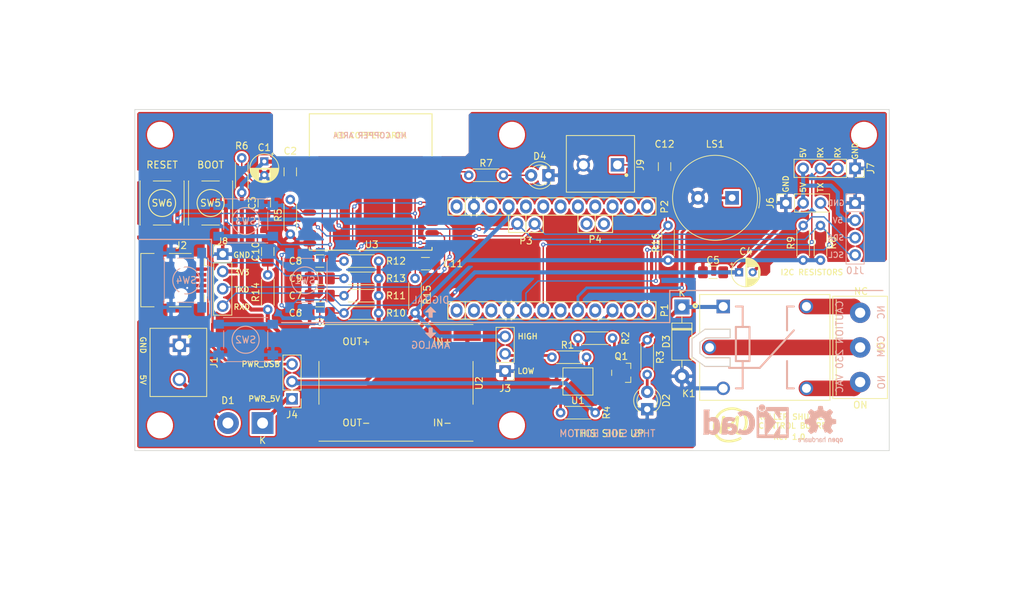
<source format=kicad_pcb>
(kicad_pcb (version 20171130) (host pcbnew "(5.1.6)-1")
  (title_block (title "Roller Shutter Control Board") (date 2020-10-09) (rev 1.0) (company "Michele La Malva Moreno") (comment 1 https://github.com/Mickyleitor/DomoticShutter) (comment 2 "Released under CERN Open Hardware Licence v2"))
  (layers (0 F.Cu signal) (31 B.Cu signal) (34 B.Paste user hide) (35 F.Paste user hide) (36 B.SilkS user) (37 F.SilkS user) (38 B.Mask user hide) (39 F.Mask user hide) (44 Edge.Cuts user))
  (net 0 "")
  (net 1 +3V3)
  (net 2 GND)
  (net 3 "Net-(C3-Pad1)")
  (net 4 +5V)
  (net 5 U1_GPIO4)
  (net 6 U1_GPIO5)
  (net 7 U1_GPIO12)
  (net 8 U1_GPIO13)
  (net 9 U1_GPIO0)
  (net 10 U1_RST)
  (net 11 U2_GPIO2)
  (net 12 "Net-(D1-Pad1)")
  (net 13 "Net-(D1-Pad2)")
  (net 14 "Net-(D2-Pad2)")
  (net 15 "Net-(D3-Pad1)")
  (net 16 "Net-(D4-Pad2)")
  (net 17 "Net-(J2-Pad2)")
  (net 18 "Net-(J2-Pad3)")
  (net 19 "Net-(J2-Pad4)")
  (net 20 "Net-(J2-Pad6)")
  (net 21 "Net-(J3-Pad2)")
  (net 22 "Net-(J5-Pad1)")
  (net 23 "Net-(J5-Pad2)")
  (net 24 "Net-(J5-Pad3)")
  (net 25 DATA_Tx)
  (net 26 DATA_Rx)
  (net 27 U1_TXD)
  (net 28 U1_RXD)
  (net 29 I2C_SCL)
  (net 30 I2C_SDA)
  (net 31 U2_GPIO5)
  (net 32 "Net-(Q1-Pad1)")
  (net 33 "Net-(R1-Pad2)")
  (net 34 "Net-(R2-Pad2)")
  (net 35 "Net-(R5-Pad2)")
  (net 36 "Net-(R7-Pad2)")
  (net 37 U2_GPIO7)
  (net 38 "Net-(U3-Pad16)")
  (net 39 "Net-(U3-PadPAD)")
  (net 40 /PWR_USB)
  (net 41 "Net-(U4-Pad28)")
  (net 42 "Net-(U4-Pad27)")
  (net 43 "Net-(U4-Pad22)")
  (net 44 "Net-(U4-Pad15)")
  (net 45 "Net-(U4-Pad14)")
  (net 46 "Net-(U4-Pad17)")
  (net 47 "Net-(U4-Pad18)")
  (net 48 "Net-(U4-Pad24)")
  (net 49 "Net-(U4-Pad19)")
  (net 50 "Net-(U4-Pad20)")
  (net 51 "Net-(U4-Pad13)")
  (net 52 "Net-(U4-Pad16)")
  (net 53 U2_TXD)
  (net 54 U2_RXD)
  (net 55 "Net-(U4-Pad3)")
  (net 56 "Net-(U4-Pad7)")
  (net 57 "Net-(U4-Pad9)")
  (net 58 "Net-(U4-Pad11)")
  (module Custom_libraries:Carcasa (layer B.Cu) (at 151.24 99.58)
    (fp_text reference Carcasa hide)
    (fp_text value Carcasa hide)
  )
  (module Project_libraries:MickySim_Logo_6mm (layer F.Cu) (at 183.252 120.792)
    (fp_text reference G*** hide)
    (fp_text value LOGO hide)
  )
  (module Symbol:OSHW-Logo2_7.3x6mm_SilkScreen (layer B.Cu) (at 196.46 120.792 180)
    (fp_text reference REF** hide)
    (fp_text value OSHW-Logo2_7.3x6mm_SilkScreen hide)
  )
  (module Symbol:KiCad-Logo_5mm_SilkScreen (layer B.Cu) (at 185.538 120.792 180)
    (fp_text reference REF** hide)
    (fp_text value KiCad-Logo_5mm_SilkScreen hide)
  )
  (module MountingHole:MountingHole_3.2mm_M3 (layer F.Cu) (at 99.64 120.88)
    (fp_text reference REF** hide)
    (fp_text value MountingHole_3.2mm_M3)
    (pad 1 np_thru_hole circle (at 0 0) (size 3.2 3.2) (drill 3.2) (layers *.Cu *.Mask))
  )
  (module Project_libraries:RELAY_SRD-05VDC-SL-C (layer F.Cu) (at 188.556 109.45)
    (fp_text reference K1 (at -11.4 6.77) (layer F.SilkS) (effects (font (size 1.000094 1.000094))))
    (fp_text value SRD-05VDC-SL-C)
    (pad NC thru_hole circle (at 5.846 -6) (size 1.98 1.98) (drill 1.32) (layers *.Cu *.Mask) (net 24 "Net-(J5-Pad3)"))
    (pad NO thru_hole circle (at 5.846 6) (size 1.98 1.98) (drill 1.32) (layers *.Cu *.Mask) (net 22 "Net-(J5-Pad1)"))
    (pad A2 thru_hole circle (at -6.354 6) (size 1.98 1.98) (drill 1.32) (layers *.Cu *.Mask) (net 2 GND))
    (pad COM thru_hole circle (at -8.354 0) (size 1.935 1.935) (drill 1.29) (layers *.Cu *.Mask) (net 23 "Net-(J5-Pad2)"))
    (pad A1 thru_hole rect (at -6.354 -6) (size 1.98 1.98) (drill 1.32) (layers *.Cu *.Mask) (net 15 "Net-(D3-Pad1)"))
  )
  (module Resistor_THT:R_Axial_DIN0204_L3.6mm_D1.6mm_P5.08mm_Horizontal (layer F.Cu) (at 149.978 84.216 180)
    (fp_text reference R7 (at 2.54 1.778) (layer F.SilkS))
    (fp_text value 15k)
    (pad 1 thru_hole circle (at 0 0 180) (size 1.4 1.4) (drill 0.7) (layers *.Cu *.Mask) (net 16 "Net-(D4-Pad2)"))
    (pad 2 thru_hole oval (at 5.08 0 180) (size 1.4 1.4) (drill 0.7) (layers *.Cu *.Mask) (net 36 "Net-(R7-Pad2)"))
  )
  (module Capacitor_SMD:C_1206_3216Metric_Pad1.42x1.75mm_HandSolder (layer F.Cu) (at 173.6 82.946 270)
    (fp_text reference C12 (at -3.302 0 180) (layer F.SilkS))
    (fp_text value 1uF)
    (pad 2 smd roundrect (at 1.4875 0 270) (size 1.425 1.75) (layers F.Cu F.Paste F.Mask) (roundrect_rratio 0.175439) (net 11 U2_GPIO2))
    (pad 1 smd roundrect (at -1.4875 0 270) (size 1.425 1.75) (layers F.Cu F.Paste F.Mask) (roundrect_rratio 0.175439) (net 2 GND))
  )
  (module Connector_PinHeader_2.54mm:PinHeader_1x03_P2.54mm_Vertical (layer F.Cu) (at 150.232 112.918 180)
    (fp_text reference J3 (at 0 -2.54) (layer F.SilkS))
    (fp_text value "TRIGGER SEL")
    (pad 3 thru_hole oval (at 0 5.08 180) (size 1.7 1.7) (drill 1) (layers *.Cu *.Mask) (net 1 +3V3))
    (pad 2 thru_hole oval (at 0 2.54 180) (size 1.7 1.7) (drill 1) (layers *.Cu *.Mask) (net 21 "Net-(J3-Pad2)"))
    (pad 1 thru_hole rect (at 0 0 180) (size 1.7 1.7) (drill 1) (layers *.Cu *.Mask) (net 2 GND))
  )
  (module Resistor_THT:R_Axial_DIN0204_L3.6mm_D1.6mm_P5.08mm_Horizontal (layer F.Cu) (at 165.98 108.092 180)
    (fp_text reference R2 (at -1.905 0 270) (layer F.SilkS))
    (fp_text value 1k)
    (pad 1 thru_hole circle (at 0 0 180) (size 1.4 1.4) (drill 0.7) (layers *.Cu *.Mask) (net 32 "Net-(Q1-Pad1)"))
    (pad 2 thru_hole oval (at 5.08 0 180) (size 1.4 1.4) (drill 0.7) (layers *.Cu *.Mask) (net 34 "Net-(R2-Pad2)"))
  )
  (module Project_libraries:PS2705-1-F3 (layer F.Cu) (at 160.9 114.442 90)
    (fp_text reference U1 (at -2.794 0) (layer F.SilkS))
    (fp_text value PS2705-1)
    (pad 2 smd rect (at 1.27 3.125 90) (size 0.8 1.45) (layers F.Cu F.Paste F.Mask) (net 37 U2_GPIO7))
    (pad 3 smd rect (at 1.27 -3.125 90) (size 0.8 1.45) (layers F.Cu F.Paste F.Mask) (net 2 GND))
    (pad 1 smd rect (at -1.27 3.125 90) (size 0.8 1.45) (layers F.Cu F.Paste F.Mask) (net 33 "Net-(R1-Pad2)"))
    (pad 4 smd rect (at -1.27 -3.125 90) (size 0.8 1.45) (layers F.Cu F.Paste F.Mask) (net 34 "Net-(R2-Pad2)"))
  )
  (module Resistor_THT:R_Axial_DIN0204_L3.6mm_D1.6mm_P5.08mm_Horizontal (layer F.Cu) (at 158.36 119.014)
    (fp_text reference R4 (at 6.731 0 90) (layer F.SilkS))
    (fp_text value 10k)
    (pad 2 thru_hole oval (at 5.08 0) (size 1.4 1.4) (drill 0.7) (layers *.Cu *.Mask) (net 4 +5V))
    (pad 1 thru_hole circle (at 0 0) (size 1.4 1.4) (drill 0.7) (layers *.Cu *.Mask) (net 34 "Net-(R2-Pad2)"))
  )
  (module Resistor_THT:R_Axial_DIN0204_L3.6mm_D1.6mm_P5.08mm_Horizontal (layer F.Cu) (at 157.09 110.886)
    (fp_text reference R1 (at 2.286 -1.778) (layer F.SilkS))
    (fp_text value 2.2k)
    (pad 2 thru_hole oval (at 5.08 0) (size 1.4 1.4) (drill 0.7) (layers *.Cu *.Mask) (net 33 "Net-(R1-Pad2)"))
    (pad 1 thru_hole circle (at 0 0) (size 1.4 1.4) (drill 0.7) (layers *.Cu *.Mask) (net 21 "Net-(J3-Pad2)"))
  )
  (module Resistor_THT:R_Axial_DIN0204_L3.6mm_D1.6mm_P5.08mm_Horizontal (layer F.Cu) (at 171.06 113.426 90)
    (fp_text reference R3 (at 2.54 1.905 90) (layer F.SilkS))
    (fp_text value 1k)
    (pad 1 thru_hole circle (at 0 0 90) (size 1.4 1.4) (drill 0.7) (layers *.Cu *.Mask) (net 14 "Net-(D2-Pad2)"))
    (pad 2 thru_hole oval (at 5.08 0 90) (size 1.4 1.4) (drill 0.7) (layers *.Cu *.Mask) (net 15 "Net-(D3-Pad1)"))
  )
  (module Project_libraries:SOT-23_S8550 (layer F.Cu) (at 167.25 113.172 270)
    (fp_text reference Q1 (at -2.413 0) (layer F.SilkS))
    (fp_text value S8550)
    (pad 1 smd rect (at -0.95 1 270) (size 0.8 0.9) (layers F.Cu F.Paste F.Mask) (net 32 "Net-(Q1-Pad1)"))
    (pad 3 smd rect (at 0 -1 270) (size 0.8 0.9) (layers F.Cu F.Paste F.Mask) (net 15 "Net-(D3-Pad1)"))
    (pad 2 smd rect (at 0.95 1 270) (size 0.8 0.9) (layers F.Cu F.Paste F.Mask) (net 4 +5V))
  )
  (module LED_THT:LED_D3.0mm (layer F.Cu) (at 171.06 118.506 90)
    (fp_text reference D2 (at 1.27 2.794 90) (layer F.SilkS))
    (fp_text value LED)
    (pad 1 thru_hole rect (at 0 0 90) (size 1.8 1.8) (drill 0.9) (layers *.Cu *.Mask) (net 2 GND))
    (pad 2 thru_hole circle (at 2.54 0 90) (size 1.8 1.8) (drill 0.9) (layers *.Cu *.Mask) (net 14 "Net-(D2-Pad2)"))
  )
  (module Project_libraries:DCDC_3v3_PowerModule (layer F.Cu) (at 134.23 114.696)
    (fp_text reference U2 (at 12.192 0 270) (layer F.SilkS))
    (fp_text value "3v3 DCDC Converter Power Module")
    (fp_text user OUT- (at -5.8 5.8) (layer F.SilkS))
    (fp_text user OUT+ (at -5.8 -6.1) (layer F.SilkS))
    (fp_text user IN- (at 6.8 5.8) (layer F.SilkS))
    (fp_text user IN+ (at 6.8 -6.1) (layer F.SilkS))
    (pad 2 smd rect (at 10.44 4.5) (size 4 2) (layers F.Cu F.Paste F.Mask) (net 2 GND))
    (pad 2 smd rect (at 10.44 7.1) (size 4 2) (layers F.Cu F.Paste F.Mask) (net 2 GND))
    (pad 1 smd rect (at 10.44 -4.6) (size 4 2) (layers F.Cu F.Paste F.Mask) (net 4 +5V))
    (pad 1 smd rect (at 10.44 -7.2) (size 4 2) (layers F.Cu F.Paste F.Mask) (net 4 +5V))
    (pad 4 smd rect (at -10.46 7.1) (size 4 2) (layers F.Cu F.Paste F.Mask) (net 2 GND))
    (pad 4 smd rect (at -10.46 4.5) (size 4 2) (layers F.Cu F.Paste F.Mask) (net 2 GND))
    (pad 3 smd rect (at -10.46 -7.2) (size 4 2) (layers F.Cu F.Paste F.Mask) (net 1 +3V3))
    (pad 3 smd rect (at -10.46 -4.6) (size 4 2) (layers F.Cu F.Paste F.Mask) (net 1 +3V3))
  )
  (module Project_libraries:ESP-13-WROOM-02 (layer F.Cu) (at 121.53 82.184)
    (fp_text reference U3 (at 9.144 12.192) (layer F.SilkS))
    (fp_text value ESP-13-WROOM-02)
    (pad 10 smd oval (at 18 12) (size 2 0.9) (layers F.Cu F.Paste F.Mask) (net 5 U1_GPIO4))
    (pad 9 smd oval (at 0 12) (size 2 0.9) (layers F.Cu F.Paste F.Mask) (net 2 GND))
    (pad 1 smd rect (at 0 0) (size 2 0.9) (layers F.Cu F.Paste F.Mask) (net 1 +3V3))
    (pad 2 smd oval (at 0 1.5) (size 2 0.9) (layers F.Cu F.Paste F.Mask) (net 3 "Net-(C3-Pad1)"))
    (pad 3 smd oval (at 0 3) (size 2 0.9) (layers F.Cu F.Paste F.Mask) (net 29 I2C_SCL))
    (pad 4 smd oval (at 0 4.5) (size 2 0.9) (layers F.Cu F.Paste F.Mask) (net 7 U1_GPIO12))
    (pad 5 smd oval (at 0 6) (size 2 0.9) (layers F.Cu F.Paste F.Mask) (net 8 U1_GPIO13))
    (pad 6 smd oval (at 0 7.5) (size 2 0.9) (layers F.Cu F.Paste F.Mask) (net 35 "Net-(R5-Pad2)"))
    (pad 7 smd oval (at 0 9) (size 2 0.9) (layers F.Cu F.Paste F.Mask) (net 30 I2C_SDA))
    (pad 8 smd oval (at 0 10.5) (size 2 0.9) (layers F.Cu F.Paste F.Mask) (net 9 U1_GPIO0))
    (pad 11 smd oval (at 18 10.5) (size 2 0.9) (layers F.Cu F.Paste F.Mask) (net 28 U1_RXD))
    (pad 12 smd oval (at 18 9) (size 2 0.9) (layers F.Cu F.Paste F.Mask) (net 27 U1_TXD))
    (pad 13 smd oval (at 18 7.5) (size 2 0.9) (layers F.Cu F.Paste F.Mask) (net 2 GND))
    (pad 14 smd oval (at 18 6) (size 2 0.9) (layers F.Cu F.Paste F.Mask) (net 6 U1_GPIO5))
    (pad 15 smd oval (at 18 4.5) (size 2 0.9) (layers F.Cu F.Paste F.Mask) (net 10 U1_RST))
    (pad 16 smd oval (at 18 3) (size 2 0.9) (layers F.Cu F.Paste F.Mask) (net 38 "Net-(U3-Pad16)"))
    (pad 17 smd oval (at 18 1.5) (size 2 0.9) (layers F.Cu F.Paste F.Mask) (net 36 "Net-(R7-Pad2)"))
    (pad 18 smd oval (at 18 0) (size 2 0.9) (layers F.Cu F.Paste F.Mask) (net 2 GND))
    (pad PAD smd rect (at 10.12 6.58) (size 4.3 4.3) (layers F.Cu F.Paste F.Mask) (net 39 "Net-(U3-PadPAD)"))
  )
  (module Project_libraries:Socket_Strip_Arduino_MiniPro (layer F.Cu) (at 143.12 104.028)
    (fp_text reference U4 hide)
    (fp_text value "Shield Arduino Pro Mini 3v3" hide)
    (fp_text user P4 (at 20.32 -10.414) (layer F.SilkS))
    (fp_text user P3 (at 10.16 -10.2) (layer F.SilkS))
    (fp_text user P2 (at 30.48 -15.2 90) (layer F.SilkS))
    (fp_text user P1 (at 30.48 0 270) (layer F.SilkS))
    (pad 28 thru_hole circle (at 19.05 -12.7) (size 1.778 1.778) (drill 1.016) (layers *.Cu *.Mask) (net 41 "Net-(U4-Pad28)"))
    (pad 27 thru_hole circle (at 21.59 -12.7) (size 1.778 1.778) (drill 1.016) (layers *.Cu *.Mask) (net 42 "Net-(U4-Pad27)"))
    (pad 26 thru_hole circle (at 8.89 -12.7) (size 1.778 1.778) (drill 1.016) (layers *.Cu *.Mask) (net 29 I2C_SCL))
    (pad 25 thru_hole circle (at 11.43 -12.7) (size 1.778 1.778) (drill 1.016) (layers *.Cu *.Mask) (net 30 I2C_SDA))
    (pad 22 thru_hole oval (at 5.08 -15.24) (size 1.7272 2.032) (drill 1.016) (layers *.Cu *.Mask) (net 43 "Net-(U4-Pad22)"))
    (pad 15 thru_hole oval (at 22.86 -15.24) (size 1.7272 2.032) (drill 1.016) (layers *.Cu *.Mask) (net 44 "Net-(U4-Pad15)"))
    (pad 14 thru_hole oval (at 25.4 -15.24) (size 1.7272 2.032) (drill 1.016) (layers *.Cu *.Mask) (net 45 "Net-(U4-Pad14)"))
    (pad 17 thru_hole oval (at 17.78 -15.24) (size 1.7272 2.032) (drill 1.016) (layers *.Cu *.Mask) (net 46 "Net-(U4-Pad17)"))
    (pad 18 thru_hole oval (at 15.24 -15.24) (size 1.7272 2.032) (drill 1.016) (layers *.Cu *.Mask) (net 47 "Net-(U4-Pad18)"))
    (pad 24 thru_hole oval (at 0 -15.24) (size 1.7272 2.032) (drill 1.016) (layers *.Cu *.Mask) (net 48 "Net-(U4-Pad24)"))
    (pad 19 thru_hole oval (at 12.7 -15.24) (size 1.7272 2.032) (drill 1.016) (layers *.Cu *.Mask) (net 49 "Net-(U4-Pad19)"))
    (pad 23 thru_hole oval (at 2.54 -15.24) (size 1.7272 2.032) (drill 1.016) (layers *.Cu *.Mask) (net 2 GND))
    (pad 20 thru_hole oval (at 10.16 -15.24) (size 1.7272 2.032) (drill 1.016) (layers *.Cu *.Mask) (net 50 "Net-(U4-Pad20)"))
    (pad 13 thru_hole oval (at 27.94 -15.24) (size 1.7272 2.032) (drill 1.016) (layers *.Cu *.Mask) (net 51 "Net-(U4-Pad13)"))
    (pad 16 thru_hole oval (at 20.32 -15.24) (size 1.7272 2.032) (drill 1.016) (layers *.Cu *.Mask) (net 52 "Net-(U4-Pad16)"))
    (pad 21 thru_hole oval (at 7.62 -15.24) (size 1.7272 2.032) (drill 1.016) (layers *.Cu *.Mask) (net 1 +3V3))
    (pad 1 thru_hole oval (at 0 0) (size 1.7272 2.032) (drill 1.016) (layers *.Cu *.Mask) (net 53 U2_TXD))
    (pad 2 thru_hole oval (at 2.54 0) (size 1.7272 2.032) (drill 1.016) (layers *.Cu *.Mask) (net 54 U2_RXD))
    (pad 3 thru_hole oval (at 5.08 0) (size 1.7272 2.032) (drill 1.016) (layers *.Cu *.Mask) (net 55 "Net-(U4-Pad3)"))
    (pad 4 thru_hole oval (at 7.62 0) (size 1.7272 2.032) (drill 1.016) (layers *.Cu *.Mask) (net 2 GND))
    (pad 5 thru_hole oval (at 10.16 0) (size 1.7272 2.032) (drill 1.016) (layers *.Cu *.Mask) (net 11 U2_GPIO2))
    (pad 6 thru_hole oval (at 12.7 0) (size 1.7272 2.032) (drill 1.016) (layers *.Cu *.Mask) (net 26 DATA_Rx))
    (pad 7 thru_hole oval (at 15.24 0) (size 1.7272 2.032) (drill 1.016) (layers *.Cu *.Mask) (net 56 "Net-(U4-Pad7)"))
    (pad 8 thru_hole oval (at 17.78 0) (size 1.7272 2.032) (drill 1.016) (layers *.Cu *.Mask) (net 31 U2_GPIO5))
    (pad 9 thru_hole oval (at 20.32 0) (size 1.7272 2.032) (drill 1.016) (layers *.Cu *.Mask) (net 57 "Net-(U4-Pad9)"))
    (pad 10 thru_hole oval (at 22.86 0) (size 1.7272 2.032) (drill 1.016) (layers *.Cu *.Mask) (net 37 U2_GPIO7))
    (pad 11 thru_hole oval (at 25.4 0) (size 1.7272 2.032) (drill 1.016) (layers *.Cu *.Mask) (net 58 "Net-(U4-Pad11)"))
    (pad 12 thru_hole oval (at 27.94 0) (size 1.7272 2.032) (drill 1.016) (layers *.Cu *.Mask) (net 25 DATA_Tx))
  )
  (module Capacitor_SMD:C_1206_3216Metric_Pad1.42x1.75mm_HandSolder (layer F.Cu) (at 115.434 95.392 270)
    (fp_text reference C10 (at 0 1.778 90) (layer F.SilkS))
    (fp_text value 0.1uF)
    (pad 2 smd roundrect (at 1.4875 0 270) (size 1.425 1.75) (layers F.Cu F.Paste F.Mask) (roundrect_rratio 0.175439) (net 9 U1_GPIO0))
    (pad 1 smd roundrect (at -1.4875 0 270) (size 1.425 1.75) (layers F.Cu F.Paste F.Mask) (roundrect_rratio 0.175439) (net 2 GND))
  )
  (module Resistor_THT:R_Axial_DIN0204_L3.6mm_D1.6mm_P5.08mm_Horizontal (layer F.Cu) (at 196.46 96.662 90)
    (fp_text reference R8 (at 2.54 1.778 90) (layer F.SilkS))
    (fp_text value 8.2k)
    (pad 2 thru_hole oval (at 5.08 0 90) (size 1.4 1.4) (drill 0.7) (layers *.Cu *.Mask) (net 29 I2C_SCL))
    (pad 1 thru_hole circle (at 0 0 90) (size 1.4 1.4) (drill 0.7) (layers *.Cu *.Mask) (net 1 +3V3))
  )
  (module Resistor_THT:R_Axial_DIN0204_L3.6mm_D1.6mm_P5.08mm_Horizontal (layer F.Cu) (at 174.108 91.582 270)
    (fp_text reference R16 (at 2.54 1.778 90) (layer F.SilkS))
    (fp_text value 15k)
    (pad 2 thru_hole oval (at 5.08 0 270) (size 1.4 1.4) (drill 0.7) (layers *.Cu *.Mask) (net 1 +3V3))
    (pad 1 thru_hole circle (at 0 0 270) (size 1.4 1.4) (drill 0.7) (layers *.Cu *.Mask) (net 11 U2_GPIO2))
  )
  (module Resistor_THT:R_Axial_DIN0204_L3.6mm_D1.6mm_P5.08mm_Horizontal (layer F.Cu) (at 193.92 96.662 90)
    (fp_text reference R9 (at 2.54 -1.778 90) (layer F.SilkS))
    (fp_text value 8.2k)
    (pad 1 thru_hole circle (at 0 0 90) (size 1.4 1.4) (drill 0.7) (layers *.Cu *.Mask) (net 1 +3V3))
    (pad 2 thru_hole oval (at 5.08 0 90) (size 1.4 1.4) (drill 0.7) (layers *.Cu *.Mask) (net 30 I2C_SDA))
  )
  (module Connector_PinSocket_2.54mm:PinSocket_1x03_P2.54mm_Vertical (layer F.Cu) (at 191.38 88.28 90)
    (fp_text reference J6 (at 0 -2.286 90) (layer F.SilkS))
    (fp_text value "RF TX")
    (pad 1 thru_hole rect (at 0 0 90) (size 1.7 1.7) (drill 1) (layers *.Cu *.Mask) (net 2 GND))
    (pad 2 thru_hole oval (at 0 2.54 90) (size 1.7 1.7) (drill 1) (layers *.Cu *.Mask) (net 4 +5V))
    (pad 3 thru_hole oval (at 0 5.08 90) (size 1.7 1.7) (drill 1) (layers *.Cu *.Mask) (net 25 DATA_Tx))
  )
  (module Capacitor_SMD:C_1206_3216Metric_Pad1.42x1.75mm_HandSolder (layer F.Cu) (at 180.712 98.44 180)
    (fp_text reference C5 (at 0 1.778) (layer F.SilkS))
    (fp_text value 0.1uF)
    (pad 1 smd roundrect (at -1.4875 0 180) (size 1.425 1.75) (layers F.Cu F.Paste F.Mask) (roundrect_rratio 0.175439) (net 4 +5V))
    (pad 2 smd roundrect (at 1.4875 0 180) (size 1.425 1.75) (layers F.Cu F.Paste F.Mask) (roundrect_rratio 0.175439) (net 2 GND))
  )
  (module Resistor_THT:R_Axial_DIN0204_L3.6mm_D1.6mm_P5.08mm_Horizontal (layer F.Cu) (at 111.624 86.756 90)
    (fp_text reference R6 (at 6.858 0 180) (layer F.SilkS))
    (fp_text value 10k)
    (pad 2 thru_hole oval (at 5.08 0 90) (size 1.4 1.4) (drill 0.7) (layers *.Cu *.Mask) (net 3 "Net-(C3-Pad1)"))
    (pad 1 thru_hole circle (at 0 0 90) (size 1.4 1.4) (drill 0.7) (layers *.Cu *.Mask) (net 1 +3V3))
  )
  (module Project_libraries:ScrewTerminal_01X03_5mm (layer F.Cu) (at 202.272 109.45 180)
    (fp_text reference J5 (at -3.0526 0 270) (layer F.SilkS))
    (fp_text value Screw_Terminal_01x03)
    (pad 3 thru_hole circle (at 0 5.08 180) (size 3 3) (drill 1.5) (layers *.Cu *.Mask) (net 24 "Net-(J5-Pad3)"))
    (pad 2 thru_hole circle (at 0 0 180) (size 3 3) (drill 1.5) (layers *.Cu *.Mask) (net 23 "Net-(J5-Pad2)"))
    (pad 1 thru_hole circle (at 0 -5.08 180) (size 3 3) (drill 1.5) (layers *.Cu *.Mask) (net 22 "Net-(J5-Pad1)"))
  )
  (module Connector_PinSocket_2.54mm:PinSocket_1x04_P2.54mm_Vertical (layer F.Cu) (at 201.54 83.2 270)
    (fp_text reference J7 (at 0 -2.286 90) (layer F.SilkS))
    (fp_text value "RF RX")
    (pad 1 thru_hole rect (at 0 0 270) (size 1.7 1.7) (drill 1) (layers *.Cu *.Mask) (net 2 GND))
    (pad 2 thru_hole oval (at 0 2.54 270) (size 1.7 1.7) (drill 1) (layers *.Cu *.Mask) (net 26 DATA_Rx))
    (pad 3 thru_hole oval (at 0 5.08 270) (size 1.7 1.7) (drill 1) (layers *.Cu *.Mask) (net 26 DATA_Rx))
    (pad 4 thru_hole oval (at 0 7.62 270) (size 1.7 1.7) (drill 1) (layers *.Cu *.Mask) (net 4 +5V))
  )
  (module Project_libraries:PHOENIX_1935161 (layer F.Cu) (at 164.202 82.692 180)
    (fp_text reference J9 (at -5.842 0 90) (layer F.SilkS))
    (fp_text value LAMP)
    (pad 2 thru_hole circle (at 2.5 0 180) (size 1.95 1.95) (drill 1.3) (layers *.Cu *.Mask) (net 2 GND))
    (pad 1 thru_hole rect (at -2.5 0 180) (size 1.95 1.95) (drill 1.3) (layers *.Cu *.Mask) (net 11 U2_GPIO2))
  )
  (module Project_libraries:SW_Push_1P1T_NO_6x6mm_H5mm (layer F.Cu) (at 99.94 88.28 90)
    (fp_text reference SW6 (at 0 0 180) (layer F.SilkS))
    (fp_text value RESET)
    (pad 2 smd rect (at 3.975 2.25 90) (size 1.55 1.3) (layers F.Cu F.Paste F.Mask) (net 10 U1_RST))
    (pad 1 smd rect (at 3.975 -2.25 90) (size 1.55 1.3) (layers F.Cu F.Paste F.Mask) (net 2 GND))
    (pad 1 smd rect (at -3.975 -2.25 90) (size 1.55 1.3) (layers F.Cu F.Paste F.Mask) (net 2 GND))
    (pad 2 smd rect (at -3.975 2.25 90) (size 1.55 1.3) (layers F.Cu F.Paste F.Mask) (net 10 U1_RST))
  )
  (module Project_libraries:SW_Push_1P1T_NO_6x6mm_H5mm (layer F.Cu) (at 107.052 88.28 90)
    (fp_text reference SW5 (at 0 0 180) (layer F.SilkS))
    (fp_text value BOOT)
    (pad 2 smd rect (at -3.975 2.25 90) (size 1.55 1.3) (layers F.Cu F.Paste F.Mask) (net 9 U1_GPIO0))
    (pad 1 smd rect (at -3.975 -2.25 90) (size 1.55 1.3) (layers F.Cu F.Paste F.Mask) (net 2 GND))
    (pad 1 smd rect (at 3.975 -2.25 90) (size 1.55 1.3) (layers F.Cu F.Paste F.Mask) (net 2 GND))
    (pad 2 smd rect (at 3.975 2.25 90) (size 1.55 1.3) (layers F.Cu F.Paste F.Mask) (net 9 U1_GPIO0))
  )
  (module Project_libraries:SW_Push_1P1T_NO_6x6mm_H5mm (layer B.Cu) (at 103.5 99.6 270)
    (fp_text reference SW4 (at 0 0.004 180) (layer B.SilkS) (effects (justify mirror)))
    (fp_text value SW_Push)
    (pad 2 smd rect (at 3.975 -2.25 270) (size 1.55 1.3) (layers B.Cu B.Paste B.Mask) (net 8 U1_GPIO13))
    (pad 1 smd rect (at 3.975 2.25 270) (size 1.55 1.3) (layers B.Cu B.Paste B.Mask) (net 2 GND))
    (pad 1 smd rect (at -3.975 2.25 270) (size 1.55 1.3) (layers B.Cu B.Paste B.Mask) (net 2 GND))
    (pad 2 smd rect (at -3.975 -2.25 270) (size 1.55 1.3) (layers B.Cu B.Paste B.Mask) (net 8 U1_GPIO13))
  )
  (module Project_libraries:SW_Push_1P1T_NO_6x6mm_H5mm (layer B.Cu) (at 112.2 90.9 180)
    (fp_text reference SW3 (at 0.0112 -0.03) (layer B.SilkS) (effects (justify mirror)))
    (fp_text value SW_Push)
    (pad 2 smd rect (at 3.975 -2.25 180) (size 1.55 1.3) (layers B.Cu B.Paste B.Mask) (net 7 U1_GPIO12))
    (pad 1 smd rect (at 3.975 2.25 180) (size 1.55 1.3) (layers B.Cu B.Paste B.Mask) (net 2 GND))
    (pad 1 smd rect (at -3.975 2.25 180) (size 1.55 1.3) (layers B.Cu B.Paste B.Mask) (net 2 GND))
    (pad 2 smd rect (at -3.975 -2.25 180) (size 1.55 1.3) (layers B.Cu B.Paste B.Mask) (net 7 U1_GPIO12))
  )
  (module Project_libraries:SW_Push_1P1T_NO_6x6mm_H5mm (layer B.Cu) (at 112.2 108.3)
    (fp_text reference SW2 (at -0.0112 0.03) (layer B.SilkS) (effects (justify mirror)))
    (fp_text value SW_Push)
    (pad 2 smd rect (at 3.975 -2.25) (size 1.55 1.3) (layers B.Cu B.Paste B.Mask) (net 6 U1_GPIO5))
    (pad 1 smd rect (at 3.975 2.25) (size 1.55 1.3) (layers B.Cu B.Paste B.Mask) (net 2 GND))
    (pad 1 smd rect (at -3.975 2.25) (size 1.55 1.3) (layers B.Cu B.Paste B.Mask) (net 2 GND))
    (pad 2 smd rect (at -3.975 -2.25) (size 1.55 1.3) (layers B.Cu B.Paste B.Mask) (net 6 U1_GPIO5))
  )
  (module Project_libraries:SW_Push_1P1T_NO_6x6mm_H5mm (layer B.Cu) (at 120.89246 99.62618 90)
    (fp_text reference SW1 (at -0.00382 -0.00366 180) (layer B.SilkS) (effects (justify mirror)))
    (fp_text value SW_Push)
    (pad 2 smd rect (at 3.975 -2.25 90) (size 1.55 1.3) (layers B.Cu B.Paste B.Mask) (net 5 U1_GPIO4))
    (pad 1 smd rect (at 3.975 2.25 90) (size 1.55 1.3) (layers B.Cu B.Paste B.Mask) (net 2 GND))
    (pad 1 smd rect (at -3.975 2.25 90) (size 1.55 1.3) (layers B.Cu B.Paste B.Mask) (net 2 GND))
    (pad 2 smd rect (at -3.975 -2.25 90) (size 1.55 1.3) (layers B.Cu B.Paste B.Mask) (net 5 U1_GPIO4))
  )
  (module MountingHole:MountingHole_3.2mm_M3 (layer F.Cu) (at 202.84 120.88)
    (fp_text reference REF** hide)
    (fp_text value MountingHole_3.2mm_M3)
    (pad 1 np_thru_hole circle (at 0 0) (size 3.2 3.2) (drill 3.2) (layers *.Cu *.Mask))
  )
  (module MountingHole:MountingHole_3.2mm_M3 (layer F.Cu) (at 151.24 120.88)
    (fp_text reference REF** hide)
    (fp_text value MountingHole_3.2mm_M3)
    (pad 1 np_thru_hole circle (at 0 0) (size 3.2 3.2) (drill 3.2) (layers *.Cu *.Mask))
  )
  (module MountingHole:MountingHole_3.2mm_M3 (layer F.Cu) (at 202.84 78.28)
    (fp_text reference REF** hide)
    (fp_text value MountingHole_3.2mm_M3)
    (pad 1 np_thru_hole circle (at 0 0) (size 3.2 3.2) (drill 3.2) (layers *.Cu *.Mask))
  )
  (module MountingHole:MountingHole_3.2mm_M3 (layer F.Cu) (at 151.24 78.28)
    (fp_text reference REF** hide)
    (fp_text value MountingHole_3.2mm_M3)
    (pad 1 np_thru_hole circle (at 0 0) (size 3.2 3.2) (drill 3.2) (layers *.Cu *.Mask))
  )
  (module MountingHole:MountingHole_3.2mm_M3 (layer F.Cu) (at 99.64 78.28)
    (fp_text reference REF** hide)
    (fp_text value MountingHole_3.2mm_M3)
    (pad 1 np_thru_hole circle (at 0 0) (size 3.2 3.2) (drill 3.2) (layers *.Cu *.Mask))
  )
  (module Project_libraries:PHOENIX_1935161 (layer F.Cu) (at 102.48 111.648 270)
    (fp_text reference J1 (at 0 -5.08 90) (layer F.SilkS))
    (fp_text value "PWR 5V")
    (pad 2 thru_hole circle (at 2.5 0 270) (size 1.95 1.95) (drill 1.3) (layers *.Cu *.Mask) (net 13 "Net-(D1-Pad2)"))
    (pad 1 thru_hole rect (at -2.5 0 270) (size 1.95 1.95) (drill 1.3) (layers *.Cu *.Mask) (net 2 GND))
  )
  (module Diode_THT:D_DO-201AD_P5.08mm_Vertical_KathodeUp (layer F.Cu) (at 114.672 120.538 180)
    (fp_text reference D1 (at 5.08 3.302) (layer F.SilkS))
    (fp_text value 1N5822)
    (fp_text user K (at 0 -2.54 180) (layer F.SilkS))
    (pad 2 thru_hole oval (at 5.08 0 180) (size 3.2 3.2) (drill 1.6) (layers *.Cu *.Mask) (net 13 "Net-(D1-Pad2)"))
    (pad 1 thru_hole rect (at 0 0 180) (size 3.2 3.2) (drill 1.6) (layers *.Cu *.Mask) (net 12 "Net-(D1-Pad1)"))
  )
  (module Capacitor_THT:CP_Radial_D4.0mm_P2.00mm (layer F.Cu) (at 114.926 82.184 270)
    (fp_text reference C1 (at -2.032 0 180) (layer F.SilkS))
    (fp_text value 10uF)
    (pad 1 thru_hole rect (at 0 0 270) (size 1.2 1.2) (drill 0.6) (layers *.Cu *.Mask) (net 1 +3V3))
    (pad 2 thru_hole circle (at 2 0 270) (size 1.2 1.2) (drill 0.6) (layers *.Cu *.Mask) (net 2 GND))
  )
  (module Capacitor_SMD:C_1206_3216Metric_Pad1.42x1.75mm_HandSolder (layer F.Cu) (at 118.736 83.708 270)
    (fp_text reference C2 (at -3.048 0 180) (layer F.SilkS))
    (fp_text value 0.1uF)
    (pad 1 smd roundrect (at -1.4875 0 270) (size 1.425 1.75) (layers F.Cu F.Paste F.Mask) (roundrect_rratio 0.175439) (net 1 +3V3))
    (pad 2 smd roundrect (at 1.4875 0 270) (size 1.425 1.75) (layers F.Cu F.Paste F.Mask) (roundrect_rratio 0.175439) (net 2 GND))
  )
  (module Capacitor_SMD:C_1206_3216Metric_Pad1.42x1.75mm_HandSolder (layer F.Cu) (at 114.926 88.28 270)
    (fp_text reference C3 (at 0 1.778 90) (layer F.SilkS))
    (fp_text value 0.1uF)
    (pad 2 smd roundrect (at 1.4875 0 270) (size 1.425 1.75) (layers F.Cu F.Paste F.Mask) (roundrect_rratio 0.175439) (net 2 GND))
    (pad 1 smd roundrect (at -1.4875 0 270) (size 1.425 1.75) (layers F.Cu F.Paste F.Mask) (roundrect_rratio 0.175439) (net 3 "Net-(C3-Pad1)"))
  )
  (module Capacitor_THT:CP_Radial_D4.0mm_P2.00mm (layer F.Cu) (at 184.522 98.44)
    (fp_text reference C4 (at 1.016 -3.048) (layer F.SilkS))
    (fp_text value 47uF)
    (pad 1 thru_hole rect (at 0 0) (size 1.2 1.2) (drill 0.6) (layers *.Cu *.Mask) (net 4 +5V))
    (pad 2 thru_hole circle (at 2 0) (size 1.2 1.2) (drill 0.6) (layers *.Cu *.Mask) (net 2 GND))
  )
  (module Capacitor_SMD:C_1206_3216Metric_Pad1.42x1.75mm_HandSolder (layer F.Cu) (at 123.054 104.409)
    (fp_text reference C6 (at -3.556 0 180) (layer F.SilkS))
    (fp_text value 1uF)
    (pad 2 smd roundrect (at 1.4875 0) (size 1.425 1.75) (layers F.Cu F.Paste F.Mask) (roundrect_rratio 0.175439) (net 5 U1_GPIO4))
    (pad 1 smd roundrect (at -1.4875 0) (size 1.425 1.75) (layers F.Cu F.Paste F.Mask) (roundrect_rratio 0.175439) (net 2 GND))
  )
  (module Capacitor_SMD:C_1206_3216Metric_Pad1.42x1.75mm_HandSolder (layer F.Cu) (at 123.054 101.869)
    (fp_text reference C7 (at -3.556 0 180) (layer F.SilkS))
    (fp_text value 1uF)
    (pad 1 smd roundrect (at -1.4875 0) (size 1.425 1.75) (layers F.Cu F.Paste F.Mask) (roundrect_rratio 0.175439) (net 2 GND))
    (pad 2 smd roundrect (at 1.4875 0) (size 1.425 1.75) (layers F.Cu F.Paste F.Mask) (roundrect_rratio 0.175439) (net 6 U1_GPIO5))
  )
  (module Capacitor_SMD:C_1206_3216Metric_Pad1.42x1.75mm_HandSolder (layer F.Cu) (at 123.054 96.789)
    (fp_text reference C8 (at -3.556 0 180) (layer F.SilkS))
    (fp_text value 1uF)
    (pad 2 smd roundrect (at 1.4875 0) (size 1.425 1.75) (layers F.Cu F.Paste F.Mask) (roundrect_rratio 0.175439) (net 7 U1_GPIO12))
    (pad 1 smd roundrect (at -1.4875 0) (size 1.425 1.75) (layers F.Cu F.Paste F.Mask) (roundrect_rratio 0.175439) (net 2 GND))
  )
  (module Capacitor_SMD:C_1206_3216Metric_Pad1.42x1.75mm_HandSolder (layer F.Cu) (at 123.054 99.329)
    (fp_text reference C9 (at -3.556 0 180) (layer F.SilkS))
    (fp_text value 1uF)
    (pad 1 smd roundrect (at -1.4875 0) (size 1.425 1.75) (layers F.Cu F.Paste F.Mask) (roundrect_rratio 0.175439) (net 2 GND))
    (pad 2 smd roundrect (at 1.4875 0) (size 1.425 1.75) (layers F.Cu F.Paste F.Mask) (roundrect_rratio 0.175439) (net 8 U1_GPIO13))
  )
  (module Capacitor_SMD:C_1206_3216Metric_Pad1.42x1.75mm_HandSolder (layer F.Cu) (at 138.548 97.17 180)
    (fp_text reference C11 (at -4.064 0 180) (layer F.SilkS))
    (fp_text value 0.1uF)
    (pad 1 smd roundrect (at -1.4875 0 180) (size 1.425 1.75) (layers F.Cu F.Paste F.Mask) (roundrect_rratio 0.175439) (net 2 GND))
    (pad 2 smd roundrect (at 1.4875 0 180) (size 1.425 1.75) (layers F.Cu F.Paste F.Mask) (roundrect_rratio 0.175439) (net 10 U1_RST))
  )
  (module Diode_THT:D_DO-41_SOD81_P10.16mm_Horizontal (layer F.Cu) (at 176.14 103.52 270)
    (fp_text reference D3 (at 5.08 2.286 270) (layer F.SilkS))
    (fp_text value 1N4007)
    (fp_text user K (at -2.032 0 180) (layer F.SilkS))
    (pad 1 thru_hole rect (at 0 0 270) (size 2.2 2.2) (drill 1.1) (layers *.Cu *.Mask) (net 15 "Net-(D3-Pad1)"))
    (pad 2 thru_hole oval (at 10.16 0 270) (size 2.2 2.2) (drill 1.1) (layers *.Cu *.Mask) (net 2 GND))
  )
  (module LED_THT:LED_D3.0mm (layer F.Cu) (at 156.582 84.216 180)
    (fp_text reference D4 (at 1.27 2.794 180) (layer F.SilkS))
    (fp_text value LED1)
    (pad 2 thru_hole circle (at 2.54 0 180) (size 1.8 1.8) (drill 0.9) (layers *.Cu *.Mask) (net 16 "Net-(D4-Pad2)"))
    (pad 1 thru_hole rect (at 0 0 180) (size 1.8 1.8) (drill 0.9) (layers *.Cu *.Mask) (net 2 GND))
  )
  (module Connector_USB:USB_Mini-B_Lumberg_2486_01_Horizontal (layer F.Cu) (at 102.734 99.583 270)
    (fp_text reference J2 (at -5.08 0 180) (layer F.SilkS))
    (fp_text value "PWR 5V AUX")
    (pad "" np_thru_hole circle (at 2.2 0 270) (size 1 1) (drill 1) (layers *.Cu *.Mask))
    (pad "" np_thru_hole circle (at -2.2 0 270) (size 1 1) (drill 1) (layers *.Cu *.Mask))
    (pad 6 smd rect (at 4.45 2.85 270) (size 2 1.7) (layers F.Cu F.Paste F.Mask) (net 20 "Net-(J2-Pad6)"))
    (pad 6 smd rect (at 4.45 -2.6 270) (size 2 1.7) (layers F.Cu F.Paste F.Mask) (net 20 "Net-(J2-Pad6)"))
    (pad 6 smd rect (at -4.45 2.85 270) (size 2 1.7) (layers F.Cu F.Paste F.Mask) (net 20 "Net-(J2-Pad6)"))
    (pad 6 smd rect (at -4.45 -2.6 270) (size 2 1.7) (layers F.Cu F.Paste F.Mask) (net 20 "Net-(J2-Pad6)"))
    (pad 5 smd rect (at 1.6 -2.7 270) (size 0.5 2) (layers F.Cu F.Paste F.Mask) (net 2 GND))
    (pad 4 smd rect (at 0.8 -2.7 270) (size 0.5 2) (layers F.Cu F.Paste F.Mask) (net 19 "Net-(J2-Pad4)"))
    (pad 3 smd rect (at 0 -2.7 270) (size 0.5 2) (layers F.Cu F.Paste F.Mask) (net 18 "Net-(J2-Pad3)"))
    (pad 2 smd rect (at -0.8 -2.7 270) (size 0.5 2) (layers F.Cu F.Paste F.Mask) (net 17 "Net-(J2-Pad2)"))
    (pad 1 smd rect (at -1.6 -2.7 270) (size 0.5 2) (layers F.Cu F.Paste F.Mask) (net 40 /PWR_USB))
  )
  (module Connector_PinHeader_2.54mm:PinHeader_1x03_P2.54mm_Vertical (layer F.Cu) (at 118.99 116.982 180)
    (fp_text reference J4 (at 0 -2.33) (layer F.SilkS))
    (fp_text value "PWR SEL")
    (pad 3 thru_hole oval (at 0 5.08 180) (size 1.7 1.7) (drill 1) (layers *.Cu *.Mask) (net 40 /PWR_USB))
    (pad 2 thru_hole oval (at 0 2.54 180) (size 1.7 1.7) (drill 1) (layers *.Cu *.Mask) (net 4 +5V))
    (pad 1 thru_hole rect (at 0 0 180) (size 1.7 1.7) (drill 1) (layers *.Cu *.Mask) (net 12 "Net-(D1-Pad1)"))
  )
  (module Connector_PinSocket_2.54mm:PinSocket_1x04_P2.54mm_Vertical (layer B.Cu) (at 201.54 88.28 180)
    (fp_text reference J10 (at 0 -9.906) (layer B.SilkS) (effects (justify mirror)))
    (fp_text value "LCD COM")
    (pad 1 thru_hole rect (at 0 0 180) (size 1.7 1.7) (drill 1) (layers *.Cu *.Mask) (net 2 GND))
    (pad 2 thru_hole oval (at 0 -2.54 180) (size 1.7 1.7) (drill 1) (layers *.Cu *.Mask) (net 4 +5V))
    (pad 3 thru_hole oval (at 0 -5.08 180) (size 1.7 1.7) (drill 1) (layers *.Cu *.Mask) (net 30 I2C_SDA))
    (pad 4 thru_hole oval (at 0 -7.62 180) (size 1.7 1.7) (drill 1) (layers *.Cu *.Mask) (net 29 I2C_SCL))
  )
  (module Buzzer_Beeper:Buzzer_TDK_PS1240P02BT_D12.2mm_H6.5mm (layer F.Cu) (at 183.506 87.518 180)
    (fp_text reference LS1 (at 2.5 7.874) (layer F.SilkS))
    (fp_text value Speaker)
    (pad 1 thru_hole rect (at 0 0 180) (size 2 2) (drill 1) (layers *.Cu *.Mask) (net 31 U2_GPIO5))
    (pad 2 thru_hole circle (at 5 0 180) (size 2 2) (drill 1) (layers *.Cu *.Mask) (net 2 GND))
  )
  (module Resistor_THT:R_Axial_DIN0204_L3.6mm_D1.6mm_P5.08mm_Horizontal (layer F.Cu) (at 118.736 92.852 90)
    (fp_text reference R5 (at 2.794 -1.778 270) (layer F.SilkS))
    (fp_text value 10k)
    (pad 2 thru_hole oval (at 5.08 0 90) (size 1.4 1.4) (drill 0.7) (layers *.Cu *.Mask) (net 35 "Net-(R5-Pad2)"))
    (pad 1 thru_hole circle (at 0 0 90) (size 1.4 1.4) (drill 0.7) (layers *.Cu *.Mask) (net 2 GND))
  )
  (module Resistor_THT:R_Axial_DIN0204_L3.6mm_D1.6mm_P5.08mm_Horizontal (layer F.Cu) (at 126.61 104.409)
    (fp_text reference R10 (at 7.62 0 180) (layer F.SilkS))
    (fp_text value 15k)
    (pad 2 thru_hole oval (at 5.08 0) (size 1.4 1.4) (drill 0.7) (layers *.Cu *.Mask) (net 1 +3V3))
    (pad 1 thru_hole circle (at 0 0) (size 1.4 1.4) (drill 0.7) (layers *.Cu *.Mask) (net 5 U1_GPIO4))
  )
  (module Resistor_THT:R_Axial_DIN0204_L3.6mm_D1.6mm_P5.08mm_Horizontal (layer F.Cu) (at 126.61 101.869)
    (fp_text reference R11 (at 7.62 0 180) (layer F.SilkS))
    (fp_text value 15k)
    (pad 2 thru_hole oval (at 5.08 0) (size 1.4 1.4) (drill 0.7) (layers *.Cu *.Mask) (net 1 +3V3))
    (pad 1 thru_hole circle (at 0 0) (size 1.4 1.4) (drill 0.7) (layers *.Cu *.Mask) (net 6 U1_GPIO5))
  )
  (module Resistor_THT:R_Axial_DIN0204_L3.6mm_D1.6mm_P5.08mm_Horizontal (layer F.Cu) (at 126.61 96.789)
    (fp_text reference R12 (at 7.62 0) (layer F.SilkS))
    (fp_text value 15k)
    (pad 1 thru_hole circle (at 0 0) (size 1.4 1.4) (drill 0.7) (layers *.Cu *.Mask) (net 7 U1_GPIO12))
    (pad 2 thru_hole oval (at 5.08 0) (size 1.4 1.4) (drill 0.7) (layers *.Cu *.Mask) (net 1 +3V3))
  )
  (module Resistor_THT:R_Axial_DIN0204_L3.6mm_D1.6mm_P5.08mm_Horizontal (layer F.Cu) (at 126.61 99.329)
    (fp_text reference R13 (at 7.62 0) (layer F.SilkS))
    (fp_text value 15k)
    (pad 1 thru_hole circle (at 0 0) (size 1.4 1.4) (drill 0.7) (layers *.Cu *.Mask) (net 8 U1_GPIO13))
    (pad 2 thru_hole oval (at 5.08 0) (size 1.4 1.4) (drill 0.7) (layers *.Cu *.Mask) (net 1 +3V3))
  )
  (module Resistor_THT:R_Axial_DIN0204_L3.6mm_D1.6mm_P5.08mm_Horizontal (layer F.Cu) (at 115.434 98.821 270)
    (fp_text reference R14 (at 2.54 1.778 270) (layer F.SilkS))
    (fp_text value 10k)
    (pad 2 thru_hole oval (at 5.08 0 270) (size 1.4 1.4) (drill 0.7) (layers *.Cu *.Mask) (net 1 +3V3))
    (pad 1 thru_hole circle (at 0 0 270) (size 1.4 1.4) (drill 0.7) (layers *.Cu *.Mask) (net 9 U1_GPIO0))
  )
  (module Resistor_THT:R_Axial_DIN0204_L3.6mm_D1.6mm_P5.08mm_Horizontal (layer F.Cu) (at 137.024 99.329 270)
    (fp_text reference R15 (at 2.413 -1.778 270) (layer F.SilkS))
    (fp_text value 10k)
    (pad 1 thru_hole circle (at 0 0 270) (size 1.4 1.4) (drill 0.7) (layers *.Cu *.Mask) (net 10 U1_RST))
    (pad 2 thru_hole oval (at 5.08 0 270) (size 1.4 1.4) (drill 0.7) (layers *.Cu *.Mask) (net 1 +3V3))
  )
  (module Connector_PinHeader_2.54mm:PinHeader_1x04_P2.54mm_Vertical (layer F.Cu) (at 108.83 95.773)
    (fp_text reference J8 (at 0 -1.905) (layer F.SilkS) (effects (font (size 0.889 0.889))))
    (fp_text value "MASTER UART COM")
    (pad 1 thru_hole rect (at 0 0) (size 1.7 1.7) (drill 1) (layers *.Cu *.Mask) (net 2 GND))
    (pad 2 thru_hole oval (at 0 2.54) (size 1.7 1.7) (drill 1) (layers *.Cu *.Mask) (net 1 +3V3))
    (pad 3 thru_hole oval (at 0 5.08) (size 1.7 1.7) (drill 1) (layers *.Cu *.Mask) (net 27 U1_TXD))
    (pad 4 thru_hole oval (at 0 7.62) (size 1.7 1.7) (drill 1) (layers *.Cu *.Mask) (net 28 U1_RXD))
  )
  (gr_poly (pts (xy 177.6 108.2) (xy 179.5 106.8) (xy 183.2 106.8) (xy 183.2 108.1) (xy 179.7 108.1) (xy 178.8 108.7) (xy 178.8 110.3) (xy 179.6 110.9) (xy 183.2 110.9) (xy 183.2 112.2) (xy 179.5 112.2) (xy 177.6 110.8)) (layer Edge.Cuts) (width 0.1))
  (gr_text "I2C RESISTORS" (at 195.19 98.44) (layer F.SilkS) (effects (font (size 0.8128 0.8128) (thickness 0.1524))))
  (gr_poly (pts (xy 139.564 104.282) (xy 140.072 104.282) (xy 139.31 103.52) (xy 138.548 104.282) (xy 139.056 104.282) (xy 139.056 105.044) (xy 139.564 105.044)) (layer B.SilkS) (width 0.1))
  (gr_poly (pts (xy 139.056 107.33) (xy 138.548 107.33) (xy 139.31 108.092) (xy 140.072 107.33) (xy 139.564 107.33) (xy 139.564 106.568) (xy 139.056 106.568)) (layer B.SilkS) (width 0.1))
  (gr_text DIGITAL (at 139.31 102.504) (layer B.SilkS) (effects (font (size 1.016 1.016) (thickness 0.1524)) (justify mirror)))
  (gr_text ANALOG (at 139.31 109.108) (layer B.SilkS) (effects (font (size 1.016 1.016) (thickness 0.1524)) (justify mirror)))
  (gr_text "CAUTION 230 VAC" (at 199.254 109.362 90) (layer B.SilkS) (effects (font (size 1.016 1.016) (thickness 0.1524)) (justify mirror)))
  (gr_text "THIS SIDE BOTTOM" (at 165.218 122.062) (layer B.SilkS) (effects (font (size 1.016 1.016) (thickness 0.1524)) (justify mirror)))
  (gr_text "THIS SIDE UP" (at 165.472 122.062) (layer F.SilkS) (effects (font (size 1.016 1.016) (thickness 0.1524))))
  (gr_text "Rev 1.0" (at 191.888 122.57) (layer F.SilkS) (effects (font (size 0.8128 0.8128) (thickness 0.1524))))
  (gr_text "ROLLER SHUTTER\nCONTROL BOARD" (at 192.396 120.284) (layer F.SilkS) (effects (font (size 0.8128 0.8128) (thickness 0.1524))))
  (gr_text "NO COPPER AREA" (at 130.42 78.374) (layer B.SilkS) (effects (font (size 0.8128 0.8128) (thickness 0.1524)) (justify mirror)))
  (gr_text "NO COPPER AREA" (at 130.42 78.374) (layer F.SilkS) (effects (font (size 0.8128 0.8128) (thickness 0.1524))))
  (gr_text SCL (at 198.746 95.9) (layer B.SilkS) (effects (font (size 0.8128 0.8128) (thickness 0.1524)) (justify mirror)))
  (gr_text SDA (at 198.746 93.36) (layer B.SilkS) (effects (font (size 0.8128 0.8128) (thickness 0.1524)) (justify mirror)))
  (gr_text 5V (at 199 90.82) (layer B.SilkS) (effects (font (size 0.8128 0.8128) (thickness 0.1524)) (justify mirror)))
  (gr_text GND (at 198.746 88.28) (layer B.SilkS) (effects (font (size 0.8128 0.8128) (thickness 0.1524)) (justify mirror)))
  (gr_text LOW (at 153.28 112.918) (layer F.SilkS) (effects (font (size 0.8128 0.8128) (thickness 0.1524))))
  (gr_text HIGH (at 153.534 107.838) (layer F.SilkS) (effects (font (size 0.8128 0.8128) (thickness 0.1524))))
  (gr_text PWR_5V (at 114.926 116.982) (layer F.SilkS) (effects (font (size 0.8128 0.8128) (thickness 0.1524))))
  (gr_text PWR_USB (at 114.418 111.902) (layer F.SilkS) (effects (font (size 0.8128 0.8128) (thickness 0.1524))))
  (gr_text TX (at 196.46 85.994 90) (layer F.SilkS) (effects (font (size 0.8128 0.8128) (thickness 0.1524))))
  (gr_text GND (at 191.38 85.486 90) (layer F.SilkS) (effects (font (size 0.8128 0.8128) (thickness 0.1524))))
  (gr_text 5V (at 193.92 85.994 90) (layer F.SilkS) (effects (font (size 0.8128 0.8128) (thickness 0.1524))))
  (gr_text GND (at 201.54 80.66 90) (layer F.SilkS) (effects (font (size 0.8128 0.8128) (thickness 0.1524))))
  (gr_text RX (at 199 80.914 90) (layer F.SilkS) (effects (font (size 0.8128 0.8128) (thickness 0.1524))))
  (gr_text RX (at 196.46 80.914 90) (layer F.SilkS) (effects (font (size 0.8128 0.8128) (thickness 0.1524))))
  (gr_text 5V (at 193.92 80.914 90) (layer F.SilkS) (effects (font (size 0.8128 0.8128) (thickness 0.1524))))
  (gr_circle (center 99.94 88.28) (end 101.9212 88.28) (layer F.SilkS) (width 0.15))
  (gr_circle (center 107.052 88.28) (end 109.0332 88.28) (layer F.SilkS) (width 0.15))
  (gr_text GND (at 97.146 109.108 270) (layer F.SilkS) (effects (font (size 0.8128 0.8128) (thickness 0.1524))))
  (gr_text 5V (at 97.146 114.188 270) (layer F.SilkS) (effects (font (size 0.8128 0.8128) (thickness 0.1524))))
  (gr_line (start 107.179 93.614) (end 96.638 93.614) (layer B.SilkS) (width 0.1778))
  (gr_line (start 107.179 105.806) (end 107.179 93.614) (layer B.SilkS) (width 0.1778))
  (gr_line (start 174.362 101.107) (end 205.604 101.107) (layer B.SilkS) (width 0.1778))
  (gr_line (start 174.362 105.806) (end 174.362 101.107) (layer B.SilkS) (width 0.1778))
  (gr_line (start 117.466 105.806) (end 174.362 105.806) (layer B.SilkS) (width 0.1778))
  (gr_text BOOT (at 107.052 82.692) (layer F.SilkS) (effects (font (size 1.016 1.016) (thickness 0.1524))))
  (gr_text RESET (at 99.94 82.692) (layer F.SilkS) (effects (font (size 1.016 1.016) (thickness 0.1524))))
  (gr_text NO (at 202.3 117.8 180) (layer F.SilkS) (effects (font (size 1 1))))
  (gr_text NC (at 202.4 101.234) (layer F.SilkS) (effects (font (size 1 1))))
  (gr_text COM (at 205.35 109.3 90) (layer B.SilkS) (effects (font (size 1 1)) (justify mirror)))
  (gr_text NO (at 205.4 114.55 90) (layer B.SilkS) (effects (font (size 1 1)) (justify mirror)))
  (gr_text NC (at 205.35 104.3 90) (layer B.SilkS) (effects (font (size 1 1)) (justify mirror)))
  (gr_line (start 95.94 74.58) (end 206.54 74.58) (layer Edge.Cuts) (width 0.1))
  (gr_text RXD (at 111.624 103.52) (layer F.SilkS) (effects (font (size 0.8 0.8))))
  (gr_text TXD (at 111.624 100.98) (layer F.SilkS) (effects (font (size 0.8 0.8))))
  (gr_text GND (at 111.624 95.9) (layer F.SilkS) (effects (font (size 0.8 0.8))))
  (gr_text 3V3 (at 111.624 98.44) (layer F.SilkS) (effects (font (size 0.8 0.8))))
  (gr_circle (center 112.1888 90.93) (end 114.17 90.93) (layer B.SilkS) (width 0.15))
  (gr_circle (center 112.1888 108.33) (end 114.17 108.33) (layer B.SilkS) (width 0.15))
  (gr_circle (center 120.8888 99.63) (end 122.87 99.63) (layer B.SilkS) (width 0.15))
  (gr_circle (center 103.4888 99.63) (end 105.47 99.63) (layer B.SilkS) (width 0.15))
  (gr_line (start 206.54 124.58) (end 95.94 124.58) (layer Edge.Cuts) (width 0.1))
  (gr_line (start 95.94 74.58) (end 95.94 124.58) (layer Edge.Cuts) (width 0.1))
  (gr_line (start 206.54 124.58) (end 206.54 74.58) (layer Edge.Cuts) (width 0.1))
  (segment (start 111.5335 86.7925) (end 111.497 86.756) (width 0.2) (layer F.Cu) (net 1))
  (segment (start 118.7725 82.184) (end 118.736 82.2205) (width 0.6) (layer F.Cu) (net 1))
  (segment (start 121.53 82.184) (end 118.7725 82.184) (width 0.6) (layer F.Cu) (net 1))
  (segment (start 114.9625 82.2205) (end 114.926 82.184) (width 0.6) (layer F.Cu) (net 1))
  (segment (start 118.736 82.2205) (end 114.9625 82.2205) (width 0.6) (layer F.Cu) (net 1))
  (segment (start 131.69 96.789) (end 131.69 99.329) (width 0.6) (layer F.Cu) (net 1))
  (segment (start 131.69 101.869) (end 131.69 104.409) (width 0.6) (layer F.Cu) (net 1))
  (segment (start 111.624 85.486) (end 111.624 86.756) (width 0.6) (layer B.Cu) (net 1))
  (segment (start 114.926 82.184) (end 111.624 85.486) (width 0.6) (layer B.Cu) (net 1))
  (segment (start 111.624 86.756) (end 111.624 95.519) (width 0.6) (layer F.Cu) (net 1))
  (segment (start 111.497 98.313) (end 111.624 98.44) (width 0.6) (layer F.Cu) (net 1))
  (segment (start 108.83 98.313) (end 111.497 98.313) (width 0.6) (layer F.Cu) (net 1))
  (segment (start 111.624 95.519) (end 111.624 98.44) (width 0.6) (layer F.Cu) (net 1))
  (segment (start 123.79 107.596) (end 123.79 110.196) (width 0.6) (layer F.Cu) (net 1))
  (segment (start 113.021 103.901) (end 115.434 103.901) (width 0.6) (layer F.Cu) (net 1))
  (segment (start 111.624 98.44) (end 111.624 102.504) (width 0.6) (layer F.Cu) (net 1))
  (segment (start 111.624 102.504) (end 113.021 103.901) (width 0.6) (layer F.Cu) (net 1))
  (segment (start 196.46 96.662) (end 193.92 96.662) (width 0.6) (layer B.Cu) (net 1))
  (segment (start 193.92 96.662) (end 174.108 96.662) (width 0.6) (layer B.Cu) (net 1))
  (segment (start 150.74 88.788) (end 150.74 90.404) (width 0.6) (layer B.Cu) (net 1))
  (segment (start 174.108 96.662) (end 144.482 96.662) (width 0.6) (layer B.Cu) (net 1))
  (segment (start 144.482 96.662) (end 144.436 96.708) (width 0.6) (layer B.Cu) (net 1))
  (segment (start 150.74 90.404) (end 144.436 96.708) (width 0.6) (layer B.Cu) (net 1))
  (segment (start 137.024 104.12) (end 137.024 104.409) (width 0.6) (layer B.Cu) (net 1))
  (segment (start 144.436 96.708) (end 137.024 104.12) (width 0.6) (layer B.Cu) (net 1))
  (segment (start 131.69 99.329) (end 131.69 101.869) (width 0.6) (layer F.Cu) (net 1))
  (segment (start 117.212 107.33) (end 115.434 105.552) (width 0.6) (layer F.Cu) (net 1))
  (segment (start 123.77 107.496) (end 123.604 107.33) (width 0.6) (layer F.Cu) (net 1))
  (segment (start 115.434 105.552) (end 115.434 103.901) (width 0.6) (layer F.Cu) (net 1))
  (segment (start 123.604 107.33) (end 117.212 107.33) (width 0.6) (layer F.Cu) (net 1))
  (segment (start 123.936 107.33) (end 123.77 107.496) (width 0.6) (layer F.Cu) (net 1))
  (segment (start 130.928 107.33) (end 123.936 107.33) (width 0.6) (layer F.Cu) (net 1))
  (segment (start 131.69 107.076) (end 131.944 107.33) (width 0.6) (layer F.Cu) (net 1))
  (segment (start 131.69 104.409) (end 131.69 107.076) (width 0.6) (layer F.Cu) (net 1))
  (segment (start 130.928 107.33) (end 131.944 107.33) (width 0.6) (layer F.Cu) (net 1))
  (segment (start 134.103 107.33) (end 133.722 107.33) (width 0.6) (layer F.Cu) (net 1))
  (segment (start 137.024 104.409) (end 134.103 107.33) (width 0.6) (layer F.Cu) (net 1))
  (segment (start 133.722 107.33) (end 131.944 107.33) (width 0.6) (layer F.Cu) (net 1))
  (segment (start 149.724 107.838) (end 150.232 108.346) (width 0.6) (layer B.Cu) (net 1))
  (segment (start 140.453 107.838) (end 149.724 107.838) (width 0.6) (layer B.Cu) (net 1))
  (segment (start 137.024 104.409) (end 140.453 107.838) (width 0.6) (layer B.Cu) (net 1))
  (segment (start 144.69 119.296) (end 144.69 121.896) (width 0.6) (layer F.Cu) (net 2))
  (segment (start 123.79 119.296) (end 123.79 121.896) (width 0.6) (layer F.Cu) (net 2))
  (via (at 103.623 100.726) (size 0.6) (drill 0.3) (layers F.Cu B.Cu) (net 2))
  (via (at 120.26 104.028) (size 0.6) (drill 0.3) (layers F.Cu B.Cu) (net 2))
  (segment (start 177.91 115.45) (end 176.14 113.68) (width 0.6) (layer B.Cu) (net 2))
  (segment (start 182.202 115.45) (end 177.91 115.45) (width 0.6) (layer B.Cu) (net 2))
  (segment (start 105.434 101.183) (end 104.08 101.183) (width 0.4) (layer F.Cu) (net 2))
  (segment (start 104.08 101.183) (end 103.623 100.726) (width 0.4) (layer F.Cu) (net 2))
  (segment (start 111.624 83.4905) (end 114.926 86.7925) (width 0.2) (layer F.Cu) (net 3))
  (segment (start 111.624 81.676) (end 111.624 83.4905) (width 0.2) (layer F.Cu) (net 3))
  (segment (start 120.33 83.684) (end 121.53 83.684) (width 0.2) (layer F.Cu) (net 3))
  (segment (start 120.006 84.008) (end 120.33 83.684) (width 0.2) (layer F.Cu) (net 3))
  (segment (start 115.688 86.502) (end 119.498 86.502) (width 0.2) (layer F.Cu) (net 3))
  (segment (start 114.926 86.7925) (end 115.3975 86.7925) (width 0.2) (layer F.Cu) (net 3))
  (segment (start 115.3975 86.7925) (end 115.688 86.502) (width 0.2) (layer F.Cu) (net 3))
  (segment (start 119.498 86.502) (end 120.006 85.994) (width 0.2) (layer F.Cu) (net 3))
  (segment (start 120.006 85.994) (end 120.006 84.008) (width 0.2) (layer F.Cu) (net 3))
  (segment (start 144.69 107.596) (end 144.69 110.196) (width 0.6) (layer F.Cu) (net 4))
  (segment (start 166.25 114.122) (end 166.25 116.204) (width 0.6) (layer F.Cu) (net 4))
  (segment (start 166.25 116.204) (end 163.44 119.014) (width 0.6) (layer F.Cu) (net 4))
  (segment (start 144.388 110.378) (end 144.67 110.096) (width 0.6) (layer F.Cu) (net 4))
  (segment (start 118.99 114.442) (end 119.244 114.696) (width 0.6) (layer B.Cu) (net 4))
  (segment (start 159.122 114.696) (end 163.44 119.014) (width 0.6) (layer B.Cu) (net 4))
  (segment (start 119.244 114.696) (end 159.122 114.696) (width 0.6) (layer B.Cu) (net 4))
  (segment (start 182.1995 98.44) (end 184.522 98.44) (width 0.6) (layer F.Cu) (net 4))
  (segment (start 184.522 97.678) (end 184.522 98.44) (width 0.6) (layer F.Cu) (net 4))
  (segment (start 193.92 88.28) (end 184.522 97.678) (width 0.6) (layer F.Cu) (net 4))
  (segment (start 200.016 90.82) (end 199 89.804) (width 0.6) (layer B.Cu) (net 4))
  (segment (start 201.54 90.82) (end 200.016 90.82) (width 0.6) (layer B.Cu) (net 4))
  (segment (start 199 86.756) (end 197.984 85.74) (width 0.6) (layer B.Cu) (net 4))
  (segment (start 193.92 85.74) (end 193.92 88.28) (width 0.6) (layer B.Cu) (net 4))
  (segment (start 197.984 85.74) (end 193.92 85.74) (width 0.6) (layer B.Cu) (net 4))
  (segment (start 199 89.804) (end 199 86.756) (width 0.6) (layer B.Cu) (net 4))
  (segment (start 193.92 83.2) (end 193.92 85.74) (width 0.6) (layer B.Cu) (net 4))
  (via (at 142.866 101.360995) (size 0.6) (drill 0.3) (layers F.Cu B.Cu) (net 4))
  (segment (start 184.522 98.44) (end 145.786995 98.44) (width 0.6) (layer B.Cu) (net 4))
  (segment (start 118.99 114.442) (end 129.784995 114.442) (width 0.6) (layer F.Cu) (net 4))
  (segment (start 145.786995 98.44) (end 142.866 101.360995) (width 0.6) (layer B.Cu) (net 4))
  (segment (start 136.730996 107.496) (end 136.706498 107.520498) (width 0.6) (layer F.Cu) (net 4))
  (segment (start 136.706498 107.520498) (end 142.866 101.360995) (width 0.6) (layer F.Cu) (net 4))
  (segment (start 129.784995 114.442) (end 134.166498 110.060498) (width 0.6) (layer F.Cu) (net 4))
  (segment (start 134.166498 110.060498) (end 136.706498 107.520498) (width 0.6) (layer F.Cu) (net 4))
  (segment (start 134.202 110.096) (end 134.166498 110.060498) (width 0.6) (layer F.Cu) (net 4))
  (segment (start 144.67 110.096) (end 134.202 110.096) (width 0.6) (layer F.Cu) (net 4))
  (segment (start 126.61 104.409) (end 124.5415 104.409) (width 0.2) (layer F.Cu) (net 5))
  (via (at 137.786 94.122) (size 0.6) (drill 0.3) (layers F.Cu B.Cu) (net 5))
  (segment (start 139.53 94.184) (end 137.848 94.184) (width 0.2) (layer F.Cu) (net 5))
  (segment (start 137.848 94.184) (end 137.786 94.122) (width 0.2) (layer F.Cu) (net 5))
  (segment (start 117.71482 95.65118) (end 117.466 95.9) (width 0.2) (layer B.Cu) (net 5))
  (via (at 117.466 95.9) (size 0.6) (drill 0.3) (layers F.Cu B.Cu) (net 5))
  (segment (start 118.64246 95.65118) (end 117.71482 95.65118) (width 0.2) (layer B.Cu) (net 5))
  (via (at 117.466 103.266) (size 0.6) (drill 0.3) (layers F.Cu B.Cu) (net 5))
  (segment (start 117.80118 103.60118) (end 117.466 103.266) (width 0.2) (layer B.Cu) (net 5))
  (segment (start 117.466 95.9) (end 117.466 103.266) (width 0.2) (layer F.Cu) (net 5))
  (segment (start 118.64246 103.60118) (end 117.80118 103.60118) (width 0.2) (layer B.Cu) (net 5))
  (via (at 129.149996 94.63) (size 0.6) (drill 0.3) (layers F.Cu B.Cu) (net 5))
  (segment (start 137.786 94.122) (end 129.657996 94.122) (width 0.2) (layer B.Cu) (net 5))
  (segment (start 129.657996 94.122) (end 129.149996 94.63) (width 0.2) (layer B.Cu) (net 5))
  (segment (start 128.642 95.137996) (end 129.149996 94.63) (width 0.2) (layer F.Cu) (net 5))
  (segment (start 126.61 104.409) (end 128.642 102.377) (width 0.2) (layer F.Cu) (net 5))
  (segment (start 128.642 102.377) (end 128.642 95.137996) (width 0.2) (layer F.Cu) (net 5))
  (segment (start 119.771461 102.472179) (end 118.64246 103.60118) (width 0.2) (layer B.Cu) (net 5))
  (segment (start 126.61 104.409) (end 126.012482 104.409) (width 0.2) (layer B.Cu) (net 5))
  (segment (start 126.012482 104.409) (end 124.075661 102.472179) (width 0.2) (layer B.Cu) (net 5))
  (segment (start 124.075661 102.472179) (end 119.771461 102.472179) (width 0.2) (layer B.Cu) (net 5))
  (segment (start 126.61 101.869) (end 124.5415 101.869) (width 0.2) (layer F.Cu) (net 6))
  (segment (start 108.225 106.05) (end 108.586 106.05) (width 0.127) (layer B.Cu) (net 6))
  (segment (start 108.225 106.05) (end 116.175 106.05) (width 0.6) (layer B.Cu) (net 6))
  (via (at 123.054 105.941998) (size 0.6) (drill 0.3) (layers F.Cu B.Cu) (net 6))
  (segment (start 116.175 106.05) (end 122.945998 106.05) (width 0.2) (layer B.Cu) (net 6))
  (segment (start 122.945998 106.05) (end 123.054 105.941998) (width 0.2) (layer B.Cu) (net 6))
  (segment (start 123.943 101.869) (end 124.5415 101.869) (width 0.2) (layer F.Cu) (net 6))
  (segment (start 123.054 105.941998) (end 123.054 102.758) (width 0.2) (layer F.Cu) (net 6))
  (segment (start 123.054 102.758) (end 123.943 101.869) (width 0.2) (layer F.Cu) (net 6))
  (segment (start 139.53 88.184) (end 137.882 88.184) (width 0.2) (layer F.Cu) (net 6))
  (via (at 137.786 88.28) (size 0.6) (drill 0.3) (layers F.Cu B.Cu) (net 6))
  (segment (start 137.882 88.184) (end 137.786 88.28) (width 0.2) (layer F.Cu) (net 6))
  (segment (start 137.786 88.28) (end 128.642 88.28) (width 0.2) (layer B.Cu) (net 6))
  (segment (start 128.642 88.28) (end 128.134 88.788) (width 0.2) (layer B.Cu) (net 6))
  (via (at 128.134 88.788) (size 0.6) (drill 0.3) (layers F.Cu B.Cu) (net 6))
  (segment (start 127.88 89.042) (end 128.134 88.788) (width 0.2) (layer F.Cu) (net 6))
  (segment (start 126.61 101.869) (end 127.88 100.599) (width 0.2) (layer F.Cu) (net 6))
  (segment (start 127.88 100.599) (end 127.88 89.042) (width 0.2) (layer F.Cu) (net 6))
  (segment (start 126.61 96.789) (end 124.5415 96.789) (width 0.2) (layer F.Cu) (net 7))
  (segment (start 108.225 93.15) (end 116.175 93.15) (width 0.6) (layer B.Cu) (net 7))
  (via (at 124.578014 94.376) (size 0.6) (drill 0.3) (layers F.Cu B.Cu) (net 7))
  (segment (start 124.5415 96.789) (end 124.5415 94.412514) (width 0.2) (layer F.Cu) (net 7))
  (segment (start 124.5415 94.412514) (end 124.578014 94.376) (width 0.2) (layer F.Cu) (net 7))
  (segment (start 116.175 93.15) (end 117.401 94.376) (width 0.2) (layer B.Cu) (net 7))
  (segment (start 117.401 94.376) (end 124.578014 94.376) (width 0.2) (layer B.Cu) (net 7))
  (segment (start 124.578 94.375986) (end 124.578014 94.376) (width 0.2) (layer F.Cu) (net 7))
  (segment (start 121.53 86.684) (end 123.236 86.684) (width 0.2) (layer F.Cu) (net 7))
  (segment (start 124.578 88.026) (end 124.578 94.375986) (width 0.2) (layer F.Cu) (net 7))
  (segment (start 123.236 86.684) (end 124.578 88.026) (width 0.2) (layer F.Cu) (net 7))
  (segment (start 126.61 99.329) (end 124.5415 99.329) (width 0.2) (layer F.Cu) (net 8))
  (segment (start 105.75 99.678) (end 105.75 103.575) (width 0.2) (layer B.Cu) (net 8))
  (segment (start 105.75 99.551) (end 105.75 99.678) (width 0.2) (layer B.Cu) (net 8))
  (segment (start 105.75 95.625) (end 105.75 99.551) (width 0.2) (layer B.Cu) (net 8))
  (segment (start 105.75 95.625) (end 105.75 103.575) (width 0.6) (layer B.Cu) (net 8))
  (segment (start 123.435001 98.222501) (end 124.5415 99.329) (width 0.2) (layer F.Cu) (net 8))
  (segment (start 123.435001 88.889001) (end 123.435001 98.222501) (width 0.2) (layer F.Cu) (net 8))
  (segment (start 122.73 88.184) (end 123.435001 88.889001) (width 0.2) (layer F.Cu) (net 8))
  (segment (start 121.53 88.184) (end 122.73 88.184) (width 0.2) (layer F.Cu) (net 8))
  (segment (start 118.101 98.948) (end 116.196 97.043) (width 0.2) (layer B.Cu) (net 8))
  (segment (start 107.168 97.043) (end 105.75 95.625) (width 0.2) (layer B.Cu) (net 8))
  (segment (start 116.196 97.043) (end 107.168 97.043) (width 0.2) (layer B.Cu) (net 8))
  (segment (start 126.61 99.329) (end 126.229 98.948) (width 0.2) (layer B.Cu) (net 8))
  (segment (start 126.229 98.948) (end 118.101 98.948) (width 0.2) (layer B.Cu) (net 8))
  (segment (start 115.434 96.8795) (end 115.434 98.948) (width 0.2) (layer F.Cu) (net 9))
  (segment (start 121.53 92.684) (end 120.682 92.684) (width 0.2) (layer F.Cu) (net 9))
  (via (at 119.752 91.582) (size 0.6) (drill 0.3) (layers F.Cu B.Cu) (net 9))
  (segment (start 121.53 92.684) (end 120.854 92.684) (width 0.2) (layer F.Cu) (net 9))
  (segment (start 120.854 92.684) (end 119.752 91.582) (width 0.2) (layer F.Cu) (net 9))
  (via (at 109.302 90.856) (size 0.6) (drill 0.3) (layers F.Cu B.Cu) (net 9))
  (via (at 113.90999 91.581982) (size 0.6) (drill 0.3) (layers F.Cu B.Cu) (net 9))
  (segment (start 110.027982 91.581982) (end 113.90999 91.581982) (width 0.2) (layer B.Cu) (net 9))
  (segment (start 109.302 90.856) (end 110.027982 91.581982) (width 0.2) (layer B.Cu) (net 9))
  (segment (start 113.910008 91.582) (end 113.90999 91.581982) (width 0.2) (layer B.Cu) (net 9))
  (segment (start 119.752 91.582) (end 113.910008 91.582) (width 0.2) (layer B.Cu) (net 9))
  (segment (start 113.90999 96.15399) (end 113.90999 91.581982) (width 0.2) (layer F.Cu) (net 9))
  (segment (start 115.434 96.8795) (end 114.6355 96.8795) (width 0.2) (layer F.Cu) (net 9))
  (segment (start 114.6355 96.8795) (end 113.90999 96.15399) (width 0.2) (layer F.Cu) (net 9))
  (segment (start 109.302 84.305) (end 109.302 90.856) (width 0.6) (layer F.Cu) (net 9))
  (segment (start 109.302 90.856) (end 109.302 92.255) (width 0.6) (layer F.Cu) (net 9))
  (segment (start 137.0605 99.2925) (end 137.024 99.329) (width 0.2) (layer F.Cu) (net 10))
  (segment (start 137.0605 97.17) (end 137.0605 99.2925) (width 0.2) (layer F.Cu) (net 10))
  (segment (start 102.19 90.602) (end 102.19 90.784) (width 0.2) (layer F.Cu) (net 10))
  (segment (start 102.19 90.53) (end 102.19 90.53) (width 0.2) (layer F.Cu) (net 10))
  (segment (start 102.19 90.348) (end 102.19 90.53) (width 0.2) (layer F.Cu) (net 10))
  (segment (start 102.19 90.53) (end 102.19 90.602) (width 0.2) (layer F.Cu) (net 10))
  (via (at 102.19 90.53) (size 0.6) (drill 0.3) (layers F.Cu B.Cu) (net 10))
  (segment (start 137.0605 97.17) (end 137.0605 96.9525) (width 0.2) (layer F.Cu) (net 10))
  (via (at 137.024 89.804) (size 0.6) (drill 0.3) (layers F.Cu B.Cu) (net 10))
  (segment (start 137.0605 97.17) (end 137.0605 89.8405) (width 0.2) (layer F.Cu) (net 10))
  (segment (start 137.0605 89.8405) (end 137.024 89.804) (width 0.2) (layer F.Cu) (net 10))
  (segment (start 137.024 89.804) (end 137.024 87.264) (width 0.2) (layer F.Cu) (net 10))
  (segment (start 137.604 86.684) (end 139.53 86.684) (width 0.2) (layer F.Cu) (net 10))
  (segment (start 137.024 87.264) (end 137.604 86.684) (width 0.2) (layer F.Cu) (net 10))
  (segment (start 102.19 84.305) (end 102.19 90.53) (width 0.6) (layer F.Cu) (net 10))
  (segment (start 102.19 90.53) (end 102.19 92.255) (width 0.6) (layer F.Cu) (net 10))
  (segment (start 137.024 89.804) (end 102.916 89.804) (width 0.2) (layer B.Cu) (net 10))
  (segment (start 102.916 89.804) (end 102.19 90.53) (width 0.2) (layer B.Cu) (net 10))
  (segment (start 173.854 91.328) (end 174.108 91.582) (width 0.2) (layer F.Cu) (net 11))
  (segment (start 173.854 84.4335) (end 173.854 91.328) (width 0.2) (layer F.Cu) (net 11))
  (segment (start 172.1125 82.692) (end 173.854 84.4335) (width 0.2) (layer F.Cu) (net 11))
  (segment (start 166.702 82.692) (end 172.1125 82.692) (width 0.2) (layer F.Cu) (net 11))
  (via (at 172.329984 99.71) (size 0.6) (drill 0.3) (layers F.Cu B.Cu) (net 11))
  (segment (start 153.28 101.488) (end 155.058 99.71) (width 0.2) (layer B.Cu) (net 11))
  (segment (start 155.058 99.71) (end 172.329984 99.71) (width 0.2) (layer B.Cu) (net 11))
  (segment (start 153.28 104.028) (end 153.28 101.488) (width 0.2) (layer B.Cu) (net 11))
  (segment (start 174.108 91.582) (end 172.329984 93.360016) (width 0.2) (layer F.Cu) (net 11))
  (segment (start 172.329984 93.360016) (end 172.329984 99.71) (width 0.2) (layer F.Cu) (net 11))
  (segment (start 118.228 116.982) (end 114.672 120.538) (width 0.6) (layer F.Cu) (net 12))
  (segment (start 118.99 116.982) (end 118.228 116.982) (width 0.6) (layer F.Cu) (net 12))
  (segment (start 108.87 120.538) (end 109.592 120.538) (width 0.6) (layer F.Cu) (net 13))
  (segment (start 102.48 114.148) (end 108.87 120.538) (width 0.6) (layer F.Cu) (net 13))
  (segment (start 171.06 113.426) (end 171.06 115.966) (width 0.4) (layer F.Cu) (net 14))
  (segment (start 175.886 103.52) (end 176.14 103.52) (width 0.6) (layer F.Cu) (net 15))
  (segment (start 182.132 103.52) (end 182.202 103.45) (width 0.6) (layer F.Cu) (net 15))
  (segment (start 168.25 111.156) (end 171.06 108.346) (width 0.6) (layer F.Cu) (net 15))
  (segment (start 168.25 113.172) (end 168.25 111.156) (width 0.6) (layer F.Cu) (net 15))
  (segment (start 171.06 108.346) (end 175.886 103.52) (width 0.6) (layer F.Cu) (net 15))
  (segment (start 182.132 103.52) (end 182.202 103.45) (width 0.6) (layer B.Cu) (net 15))
  (segment (start 176.14 103.52) (end 182.132 103.52) (width 0.6) (layer B.Cu) (net 15))
  (segment (start 149.978 84.216) (end 154.042 84.216) (width 0.2) (layer F.Cu) (net 16))
  (segment (start 105.334 95.133) (end 99.884 95.133) (width 0.6) (layer F.Cu) (net 20))
  (segment (start 99.884 95.133) (end 99.884 104.033) (width 0.6) (layer F.Cu) (net 20))
  (segment (start 99.884 104.033) (end 105.334 104.033) (width 0.6) (layer F.Cu) (net 20))
  (segment (start 150.74 110.632) (end 150.486 110.886) (width 0.4) (layer F.Cu) (net 21))
  (segment (start 157.09 110.886) (end 156.836 110.632) (width 0.4) (layer F.Cu) (net 21))
  (segment (start 156.836 110.632) (end 150.74 110.632) (width 0.4) (layer F.Cu) (net 21))
  (segment (start 201.352 115.45) (end 202.272 114.53) (width 2.286) (layer F.Cu) (net 22))
  (segment (start 194.402 115.45) (end 201.352 115.45) (width 2.286) (layer F.Cu) (net 22))
  (segment (start 180.202 109.45) (end 202.272 109.45) (width 2.286) (layer F.Cu) (net 23))
  (segment (start 201.352 103.45) (end 202.272 104.37) (width 2.286) (layer F.Cu) (net 24))
  (segment (start 194.402 103.45) (end 201.352 103.45) (width 2.286) (layer F.Cu) (net 24))
  (segment (start 171.06 104.028) (end 171.06 95.138) (width 0.2) (layer F.Cu) (net 25))
  (via (at 171.06 95.138) (size 0.6) (drill 0.3) (layers F.Cu B.Cu) (net 25))
  (via (at 197.73 94.375984) (size 0.6) (drill 0.3) (layers F.Cu B.Cu) (net 25))
  (segment (start 171.06 95.138) (end 196.967984 95.138) (width 0.2) (layer B.Cu) (net 25))
  (segment (start 196.967984 95.138) (end 197.73 94.375984) (width 0.2) (layer B.Cu) (net 25))
  (segment (start 197.73 89.55) (end 197.73 94.375984) (width 0.2) (layer F.Cu) (net 25))
  (segment (start 196.46 88.28) (end 197.73 89.55) (width 0.2) (layer F.Cu) (net 25))
  (segment (start 196.46 83.2) (end 199 83.2) (width 0.2) (layer F.Cu) (net 26))
  (via (at 195.19 93.99501) (size 0.6) (drill 0.3) (layers F.Cu B.Cu) (net 26))
  (segment (start 196.46 83.2) (end 195.19 84.47) (width 0.2) (layer F.Cu) (net 26))
  (segment (start 195.19 84.47) (end 195.19 93.99501) (width 0.2) (layer F.Cu) (net 26))
  (segment (start 155.82 104.028) (end 155.82 94.37599) (width 0.2) (layer F.Cu) (net 26))
  (via (at 155.82 94.37599) (size 0.6) (drill 0.3) (layers F.Cu B.Cu) (net 26))
  (segment (start 155.82001 94.376) (end 155.82 94.37599) (width 0.2) (layer B.Cu) (net 26))
  (segment (start 195.19 93.99501) (end 194.80901 94.376) (width 0.2) (layer B.Cu) (net 26))
  (segment (start 194.80901 94.376) (end 155.82001 94.376) (width 0.2) (layer B.Cu) (net 26))
  (segment (start 142.104 92.09) (end 142.104 96.153976) (width 0.2) (layer F.Cu) (net 27))
  (via (at 142.104 96.153976) (size 0.6) (drill 0.3) (layers F.Cu B.Cu) (net 27))
  (segment (start 141.198 91.184) (end 142.104 92.09) (width 0.2) (layer F.Cu) (net 27))
  (segment (start 139.53 91.184) (end 141.198 91.184) (width 0.2) (layer F.Cu) (net 27))
  (segment (start 108.83 100.853) (end 109.084 100.599) (width 0.2) (layer B.Cu) (net 27))
  (segment (start 137.658976 100.599) (end 142.104 96.153976) (width 0.2) (layer B.Cu) (net 27))
  (segment (start 109.084 100.599) (end 137.658976 100.599) (width 0.2) (layer B.Cu) (net 27))
  (via (at 141.341997 97.932003) (size 0.6) (drill 0.3) (layers F.Cu B.Cu) (net 28))
  (segment (start 139.53 92.684) (end 140.73 92.684) (width 0.2) (layer F.Cu) (net 28))
  (segment (start 141.341997 93.295997) (end 141.341997 97.932003) (width 0.2) (layer F.Cu) (net 28))
  (segment (start 140.73 92.684) (end 141.341997 93.295997) (width 0.2) (layer F.Cu) (net 28))
  (segment (start 110.735 101.488) (end 108.83 103.393) (width 0.2) (layer B.Cu) (net 28))
  (segment (start 141.341997 98.186003) (end 136.262 103.266) (width 0.2) (layer B.Cu) (net 28))
  (segment (start 126.102 103.266) (end 124.324 101.488) (width 0.2) (layer B.Cu) (net 28))
  (segment (start 141.341997 97.932003) (end 141.341997 98.186003) (width 0.2) (layer B.Cu) (net 28))
  (segment (start 136.262 103.266) (end 126.102 103.266) (width 0.2) (layer B.Cu) (net 28))
  (segment (start 124.324 101.488) (end 110.735 101.488) (width 0.2) (layer B.Cu) (net 28))
  (segment (start 152.01 91.328) (end 151.248 91.328) (width 0.2) (layer F.Cu) (net 29))
  (segment (start 121.578 85.232) (end 121.53 85.184) (width 0.2) (layer F.Cu) (net 29))
  (segment (start 201.54 95.9) (end 200.778 95.9) (width 0.2) (layer B.Cu) (net 29))
  (segment (start 196.333 91.455) (end 194.174 93.614) (width 0.2) (layer B.Cu) (net 29))
  (segment (start 200.778 95.9) (end 196.333 91.455) (width 0.2) (layer B.Cu) (net 29))
  (segment (start 194.174 93.614) (end 154.296 93.614) (width 0.2) (layer B.Cu) (net 29))
  (segment (start 154.296 93.614) (end 152.01 91.328) (width 0.2) (layer B.Cu) (net 29))
  (via (at 146.422 92.09) (size 0.6) (drill 0.3) (layers F.Cu B.Cu) (net 29))
  (segment (start 151.248 92.09) (end 146.422 92.09) (width 0.2) (layer F.Cu) (net 29))
  (segment (start 152.01 91.328) (end 151.248 92.09) (width 0.2) (layer F.Cu) (net 29))
  (via (at 125.848 91.582) (size 0.6) (drill 0.3) (layers F.Cu B.Cu) (net 29))
  (segment (start 126.356 92.09) (end 125.848 91.582) (width 0.2) (layer B.Cu) (net 29))
  (segment (start 146.422 92.09) (end 126.356 92.09) (width 0.2) (layer B.Cu) (net 29))
  (segment (start 125.594 91.328) (end 125.848 91.582) (width 0.2) (layer F.Cu) (net 29))
  (segment (start 125.594 86.756) (end 125.594 91.328) (width 0.2) (layer F.Cu) (net 29))
  (segment (start 121.53 85.184) (end 124.022 85.184) (width 0.2) (layer F.Cu) (net 29))
  (segment (start 124.022 85.184) (end 125.594 86.756) (width 0.2) (layer F.Cu) (net 29))
  (segment (start 121.53 91.184) (end 121.811321 91.184) (width 0.2) (layer F.Cu) (net 30))
  (via (at 122.781 91.836) (size 0.6) (drill 0.3) (layers F.Cu B.Cu) (net 30))
  (segment (start 122.129 91.184) (end 122.781 91.836) (width 0.2) (layer F.Cu) (net 30))
  (segment (start 121.53 91.184) (end 122.129 91.184) (width 0.2) (layer F.Cu) (net 30))
  (segment (start 193.92 91.582) (end 193.92 92.09) (width 0.2) (layer B.Cu) (net 30))
  (segment (start 201.54 93.36) (end 200.016 93.36) (width 0.2) (layer B.Cu) (net 30))
  (segment (start 195.19 90.312) (end 193.92 91.582) (width 0.2) (layer B.Cu) (net 30))
  (segment (start 196.968 90.312) (end 195.19 90.312) (width 0.2) (layer B.Cu) (net 30))
  (segment (start 200.016 93.36) (end 196.968 90.312) (width 0.2) (layer B.Cu) (net 30))
  (segment (start 156.074 92.852) (end 192.904 92.852) (width 0.2) (layer B.Cu) (net 30))
  (segment (start 192.904 92.852) (end 193.92 91.836) (width 0.2) (layer B.Cu) (net 30))
  (segment (start 154.55 91.328) (end 156.074 92.852) (width 0.2) (layer B.Cu) (net 30))
  (segment (start 152.772 93.106) (end 145.914 93.106) (width 0.2) (layer F.Cu) (net 30))
  (segment (start 154.55 91.328) (end 152.772 93.106) (width 0.2) (layer F.Cu) (net 30))
  (via (at 145.914 93.106) (size 0.6) (drill 0.3) (layers F.Cu B.Cu) (net 30))
  (segment (start 124.051 93.106) (end 145.914 93.106) (width 0.2) (layer B.Cu) (net 30))
  (segment (start 122.781 91.836) (end 124.051 93.106) (width 0.2) (layer B.Cu) (net 30))
  (via (at 176.14 100.726006) (size 0.6) (drill 0.3) (layers F.Cu B.Cu) (net 31))
  (segment (start 183.506 87.518) (end 181.22 87.518) (width 0.4) (layer F.Cu) (net 31))
  (segment (start 176.14 92.598) (end 176.14 100.726006) (width 0.4) (layer F.Cu) (net 31))
  (segment (start 181.22 87.518) (end 176.14 92.598) (width 0.4) (layer F.Cu) (net 31))
  (segment (start 162.169994 100.726006) (end 176.14 100.726006) (width 0.4) (layer B.Cu) (net 31))
  (segment (start 160.9 104.028) (end 160.9 101.996) (width 0.4) (layer B.Cu) (net 31))
  (segment (start 160.9 101.996) (end 162.169994 100.726006) (width 0.4) (layer B.Cu) (net 31))
  (segment (start 166.25 112.222) (end 166.25 108.362) (width 0.4) (layer F.Cu) (net 32))
  (segment (start 166.25 108.362) (end 165.98 108.092) (width 0.4) (layer F.Cu) (net 32))
  (segment (start 162.17 110.886) (end 162.17 113.857) (width 0.4) (layer F.Cu) (net 33))
  (segment (start 162.17 113.857) (end 164.025 115.712) (width 0.4) (layer F.Cu) (net 33))
  (segment (start 158.36 119.014) (end 158.36 116.297) (width 0.4) (layer F.Cu) (net 34))
  (segment (start 158.36 116.297) (end 157.775 115.712) (width 0.4) (layer F.Cu) (net 34))
  (segment (start 160.9 108.092) (end 160.9 112.587) (width 0.4) (layer F.Cu) (net 34))
  (segment (start 160.9 112.587) (end 157.775 115.712) (width 0.4) (layer F.Cu) (net 34))
  (segment (start 120.648 89.684) (end 118.736 87.772) (width 0.2) (layer F.Cu) (net 35))
  (segment (start 121.53 89.684) (end 120.648 89.684) (width 0.2) (layer F.Cu) (net 35))
  (segment (start 139.53 83.684) (end 139.808 83.962) (width 0.2) (layer F.Cu) (net 36))
  (segment (start 139.554 83.708) (end 139.53 83.684) (width 0.2) (layer F.Cu) (net 36))
  (segment (start 144.898 84.216) (end 144.39 83.708) (width 0.2) (layer F.Cu) (net 36))
  (segment (start 144.39 83.708) (end 139.554 83.708) (width 0.2) (layer F.Cu) (net 36))
  (segment (start 164.025 105.983) (end 165.98 104.028) (width 0.4) (layer F.Cu) (net 37))
  (segment (start 164.025 113.172) (end 164.025 105.983) (width 0.4) (layer F.Cu) (net 37))
  (segment (start 105.434 97.983) (end 106.652602 97.983) (width 0.4) (layer F.Cu) (net 40))
  (segment (start 107.306 98.636398) (end 107.306 109.362) (width 0.4) (layer F.Cu) (net 40))
  (segment (start 107.306 109.362) (end 109.846 111.902) (width 0.4) (layer F.Cu) (net 40))
  (segment (start 109.846 111.902) (end 118.99 111.902) (width 0.4) (layer F.Cu) (net 40))
  (segment (start 106.652602 97.983) (end 107.306 98.636398) (width 0.4) (layer F.Cu) (net 40))
  (zone (net 2) (net_name GND) (layer B.Cu) (connect_pads (clearance 0.508)) (min_thickness 0.254) (fill yes (arc_segments 32) (thermal_gap 0.508) (thermal_bridge_width 0.508) (smoothing chamfer) (radius 0.508))
    (polygon (pts (xy 206.366 96.916) (xy 189.094 96.916) (xy 189.094 98.948) (xy 178.172 98.948) (xy 178.172 124.348) (xy 96.13 124.348) (xy 96.13 74.818) (xy 116.196 74.818) (xy 116.196 81.422) (xy 144.898 81.422) (xy 144.898 74.818) (xy 206.366 74.818)))
  )
  (zone (net 2) (net_name GND) (layer F.Cu) (connect_pads (clearance 0.3)) (min_thickness 0.254) (fill yes (arc_segments 32) (thermal_gap 0.508) (thermal_bridge_width 0.508) (smoothing chamfer) (radius 0.508))
    (polygon (pts (xy 116.196 81.422) (xy 144.898 81.422) (xy 144.898 74.818) (xy 206.366 74.818) (xy 206.366 96.916) (xy 189.094 96.916) (xy 189.094 98.948) (xy 178.172 98.948) (xy 178.172 124.348) (xy 96.13 124.348) (xy 96.13 105.298) (xy 106.544 105.298) (xy 106.544 93.868) (xy 96.13 93.868) (xy 96.13 74.818) (xy 116.196 74.818)))
  )
)
</source>
